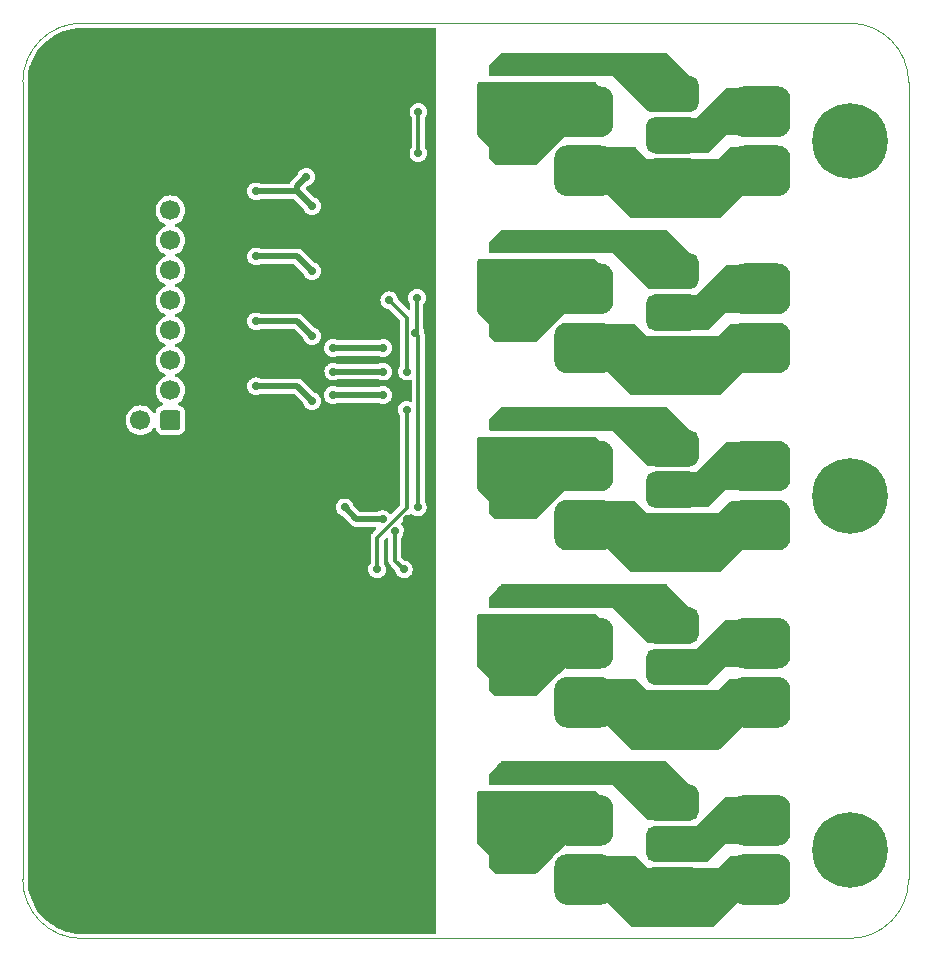
<source format=gbr>
G04 #@! TF.GenerationSoftware,KiCad,Pcbnew,6.0.10+dfsg-1~bpo11+1*
G04 #@! TF.ProjectId,pwr,7077722e-6b69-4636-9164-5f7063625858,rev?*
G04 #@! TF.SameCoordinates,Original*
G04 #@! TF.FileFunction,Copper,L2,Bot*
G04 #@! TF.FilePolarity,Positive*
%FSLAX46Y46*%
G04 Gerber Fmt 4.6, Leading zero omitted, Abs format (unit mm)*
%MOMM*%
%LPD*%
G01*
G04 APERTURE LIST*
G04 #@! TA.AperFunction,Profile*
%ADD10C,0.100000*%
G04 #@! TD*
G04 #@! TA.AperFunction,ComponentPad*
%ADD11C,0.700000*%
G04 #@! TD*
G04 #@! TA.AperFunction,ComponentPad*
%ADD12C,0.800000*%
G04 #@! TD*
G04 #@! TA.AperFunction,ComponentPad*
%ADD13C,6.400000*%
G04 #@! TD*
G04 #@! TA.AperFunction,ComponentPad*
%ADD14C,3.000000*%
G04 #@! TD*
G04 #@! TA.AperFunction,ComponentPad*
%ADD15C,1.700000*%
G04 #@! TD*
G04 #@! TA.AperFunction,ViaPad*
%ADD16C,0.700000*%
G04 #@! TD*
G04 #@! TA.AperFunction,Conductor*
%ADD17C,0.500000*%
G04 #@! TD*
G04 #@! TA.AperFunction,Conductor*
%ADD18C,0.300000*%
G04 #@! TD*
G04 APERTURE END LIST*
D10*
X184000000Y-60000000D02*
G75*
G03*
X179000000Y-55000000I-5000000J0D01*
G01*
X179000000Y-132500000D02*
G75*
G03*
X184000000Y-127500000I0J5000000D01*
G01*
X109000000Y-127500000D02*
X109000000Y-60000000D01*
X179000000Y-132500000D02*
X114000000Y-132500000D01*
X114000000Y-55000000D02*
G75*
G03*
X109000000Y-60000000I0J-5000000D01*
G01*
X184000000Y-60000000D02*
X184000000Y-127500000D01*
X109000000Y-127500000D02*
G75*
G03*
X114000000Y-132500000I5000000J0D01*
G01*
X114000000Y-55000000D02*
X179000000Y-55000000D01*
D11*
X165750000Y-112000000D03*
G04 #@! TA.AperFunction,ComponentPad*
G36*
X165475000Y-111450000D02*
G01*
X165632160Y-111466102D01*
X165802529Y-111522611D01*
X165955329Y-111616798D01*
X166082362Y-111743610D01*
X166176816Y-111896245D01*
X166233622Y-112066516D01*
X166250000Y-112225000D01*
X166250000Y-113930000D01*
X165630000Y-114550000D01*
X162525000Y-114550000D01*
X162367840Y-114533898D01*
X162197471Y-114477389D01*
X162044671Y-114383202D01*
X161917638Y-114256390D01*
X161823184Y-114103755D01*
X161766378Y-113933484D01*
X161750000Y-113775000D01*
X161750000Y-112225000D01*
X161766102Y-112067840D01*
X161822611Y-111897471D01*
X161916798Y-111744671D01*
X162043610Y-111617638D01*
X162196245Y-111523184D01*
X162366516Y-111466378D01*
X162525000Y-111450000D01*
X165475000Y-111450000D01*
G37*
G04 #@! TD.AperFunction*
X162250000Y-112000000D03*
X162250000Y-114000000D03*
X165750000Y-114000000D03*
X165750000Y-110500000D03*
X165750000Y-108500000D03*
G04 #@! TA.AperFunction,ComponentPad*
G36*
G01*
X162525000Y-107950000D02*
X165475000Y-107950000D01*
G75*
G02*
X166250000Y-108725000I0J-775000D01*
G01*
X166250000Y-110275000D01*
G75*
G02*
X165475000Y-111050000I-775000J0D01*
G01*
X162525000Y-111050000D01*
G75*
G02*
X161750000Y-110275000I0J775000D01*
G01*
X161750000Y-108725000D01*
G75*
G02*
X162525000Y-107950000I775000J0D01*
G01*
G37*
G04 #@! TD.AperFunction*
X162250000Y-110500000D03*
X162250000Y-108500000D03*
X162250000Y-104984000D03*
X162250000Y-107016000D03*
X165750000Y-105000000D03*
X165750000Y-107016000D03*
G04 #@! TA.AperFunction,ComponentPad*
G36*
G01*
X162525000Y-104450000D02*
X165475000Y-104450000D01*
G75*
G02*
X166250000Y-105225000I0J-775000D01*
G01*
X166250000Y-106775000D01*
G75*
G02*
X165475000Y-107550000I-775000J0D01*
G01*
X162525000Y-107550000D01*
G75*
G02*
X161750000Y-106775000I0J775000D01*
G01*
X161750000Y-105225000D01*
G75*
G02*
X162525000Y-104450000I775000J0D01*
G01*
G37*
G04 #@! TD.AperFunction*
X162250000Y-67000000D03*
X165750000Y-67000000D03*
X165750000Y-69000000D03*
X162250000Y-69000000D03*
G04 #@! TA.AperFunction,ComponentPad*
G36*
X165475000Y-66450000D02*
G01*
X165632160Y-66466102D01*
X165802529Y-66522611D01*
X165955329Y-66616798D01*
X166082362Y-66743610D01*
X166176816Y-66896245D01*
X166233622Y-67066516D01*
X166250000Y-67225000D01*
X166250000Y-68930000D01*
X165630000Y-69550000D01*
X162525000Y-69550000D01*
X162367840Y-69533898D01*
X162197471Y-69477389D01*
X162044671Y-69383202D01*
X161917638Y-69256390D01*
X161823184Y-69103755D01*
X161766378Y-68933484D01*
X161750000Y-68775000D01*
X161750000Y-67225000D01*
X161766102Y-67067840D01*
X161822611Y-66897471D01*
X161916798Y-66744671D01*
X162043610Y-66617638D01*
X162196245Y-66523184D01*
X162366516Y-66466378D01*
X162525000Y-66450000D01*
X165475000Y-66450000D01*
G37*
G04 #@! TD.AperFunction*
G04 #@! TA.AperFunction,ComponentPad*
G36*
G01*
X162525000Y-62950000D02*
X165475000Y-62950000D01*
G75*
G02*
X166250000Y-63725000I0J-775000D01*
G01*
X166250000Y-65275000D01*
G75*
G02*
X165475000Y-66050000I-775000J0D01*
G01*
X162525000Y-66050000D01*
G75*
G02*
X161750000Y-65275000I0J775000D01*
G01*
X161750000Y-63725000D01*
G75*
G02*
X162525000Y-62950000I775000J0D01*
G01*
G37*
G04 #@! TD.AperFunction*
X165750000Y-65500000D03*
X165750000Y-63500000D03*
X162250000Y-63500000D03*
X162250000Y-65500000D03*
G04 #@! TA.AperFunction,ComponentPad*
G36*
G01*
X162525000Y-59450000D02*
X165475000Y-59450000D01*
G75*
G02*
X166250000Y-60225000I0J-775000D01*
G01*
X166250000Y-61775000D01*
G75*
G02*
X165475000Y-62550000I-775000J0D01*
G01*
X162525000Y-62550000D01*
G75*
G02*
X161750000Y-61775000I0J775000D01*
G01*
X161750000Y-60225000D01*
G75*
G02*
X162525000Y-59450000I775000J0D01*
G01*
G37*
G04 #@! TD.AperFunction*
X165750000Y-62016000D03*
X165750000Y-60000000D03*
X162250000Y-62016000D03*
X162250000Y-59984000D03*
G04 #@! TA.AperFunction,ComponentPad*
G36*
X165475000Y-126450000D02*
G01*
X165632160Y-126466102D01*
X165802529Y-126522611D01*
X165955329Y-126616798D01*
X166082362Y-126743610D01*
X166176816Y-126896245D01*
X166233622Y-127066516D01*
X166250000Y-127225000D01*
X166250000Y-128930000D01*
X165630000Y-129550000D01*
X162525000Y-129550000D01*
X162367840Y-129533898D01*
X162197471Y-129477389D01*
X162044671Y-129383202D01*
X161917638Y-129256390D01*
X161823184Y-129103755D01*
X161766378Y-128933484D01*
X161750000Y-128775000D01*
X161750000Y-127225000D01*
X161766102Y-127067840D01*
X161822611Y-126897471D01*
X161916798Y-126744671D01*
X162043610Y-126617638D01*
X162196245Y-126523184D01*
X162366516Y-126466378D01*
X162525000Y-126450000D01*
X165475000Y-126450000D01*
G37*
G04 #@! TD.AperFunction*
X162250000Y-127000000D03*
X165750000Y-127000000D03*
X162250000Y-129000000D03*
X165750000Y-129000000D03*
G04 #@! TA.AperFunction,ComponentPad*
G36*
G01*
X162525000Y-122950000D02*
X165475000Y-122950000D01*
G75*
G02*
X166250000Y-123725000I0J-775000D01*
G01*
X166250000Y-125275000D01*
G75*
G02*
X165475000Y-126050000I-775000J0D01*
G01*
X162525000Y-126050000D01*
G75*
G02*
X161750000Y-125275000I0J775000D01*
G01*
X161750000Y-123725000D01*
G75*
G02*
X162525000Y-122950000I775000J0D01*
G01*
G37*
G04 #@! TD.AperFunction*
X162250000Y-125500000D03*
X165750000Y-123500000D03*
X165750000Y-125500000D03*
X162250000Y-123500000D03*
G04 #@! TA.AperFunction,ComponentPad*
G36*
G01*
X162525000Y-119450000D02*
X165475000Y-119450000D01*
G75*
G02*
X166250000Y-120225000I0J-775000D01*
G01*
X166250000Y-121775000D01*
G75*
G02*
X165475000Y-122550000I-775000J0D01*
G01*
X162525000Y-122550000D01*
G75*
G02*
X161750000Y-121775000I0J775000D01*
G01*
X161750000Y-120225000D01*
G75*
G02*
X162525000Y-119450000I775000J0D01*
G01*
G37*
G04 #@! TD.AperFunction*
X165750000Y-120000000D03*
X162250000Y-119984000D03*
X165750000Y-122016000D03*
X162250000Y-122016000D03*
D12*
X179000000Y-127400000D03*
X177302944Y-126697056D03*
X181400000Y-125000000D03*
X177302944Y-123302944D03*
X180697056Y-123302944D03*
X179000000Y-122600000D03*
D13*
X179000000Y-125000000D03*
D12*
X180697056Y-126697056D03*
X176600000Y-125000000D03*
X131400000Y-125000000D03*
X129000000Y-122600000D03*
X130697056Y-123302944D03*
X129000000Y-127400000D03*
X126600000Y-125000000D03*
X127302944Y-123302944D03*
D13*
X129000000Y-125000000D03*
D12*
X127302944Y-126697056D03*
X130697056Y-126697056D03*
D11*
X165750000Y-99000000D03*
X162250000Y-97000000D03*
G04 #@! TA.AperFunction,ComponentPad*
G36*
X165475000Y-96450000D02*
G01*
X165632160Y-96466102D01*
X165802529Y-96522611D01*
X165955329Y-96616798D01*
X166082362Y-96743610D01*
X166176816Y-96896245D01*
X166233622Y-97066516D01*
X166250000Y-97225000D01*
X166250000Y-98930000D01*
X165630000Y-99550000D01*
X162525000Y-99550000D01*
X162367840Y-99533898D01*
X162197471Y-99477389D01*
X162044671Y-99383202D01*
X161917638Y-99256390D01*
X161823184Y-99103755D01*
X161766378Y-98933484D01*
X161750000Y-98775000D01*
X161750000Y-97225000D01*
X161766102Y-97067840D01*
X161822611Y-96897471D01*
X161916798Y-96744671D01*
X162043610Y-96617638D01*
X162196245Y-96523184D01*
X162366516Y-96466378D01*
X162525000Y-96450000D01*
X165475000Y-96450000D01*
G37*
G04 #@! TD.AperFunction*
X165750000Y-97000000D03*
X162250000Y-99000000D03*
X162250000Y-95500000D03*
X165750000Y-95500000D03*
X162250000Y-93500000D03*
G04 #@! TA.AperFunction,ComponentPad*
G36*
G01*
X162525000Y-92950000D02*
X165475000Y-92950000D01*
G75*
G02*
X166250000Y-93725000I0J-775000D01*
G01*
X166250000Y-95275000D01*
G75*
G02*
X165475000Y-96050000I-775000J0D01*
G01*
X162525000Y-96050000D01*
G75*
G02*
X161750000Y-95275000I0J775000D01*
G01*
X161750000Y-93725000D01*
G75*
G02*
X162525000Y-92950000I775000J0D01*
G01*
G37*
G04 #@! TD.AperFunction*
X165750000Y-93500000D03*
X165750000Y-90000000D03*
X162250000Y-89984000D03*
X165750000Y-92016000D03*
G04 #@! TA.AperFunction,ComponentPad*
G36*
G01*
X162525000Y-89450000D02*
X165475000Y-89450000D01*
G75*
G02*
X166250000Y-90225000I0J-775000D01*
G01*
X166250000Y-91775000D01*
G75*
G02*
X165475000Y-92550000I-775000J0D01*
G01*
X162525000Y-92550000D01*
G75*
G02*
X161750000Y-91775000I0J775000D01*
G01*
X161750000Y-90225000D01*
G75*
G02*
X162525000Y-89450000I775000J0D01*
G01*
G37*
G04 #@! TD.AperFunction*
X162250000Y-92016000D03*
D14*
X129000000Y-58000000D03*
D12*
X129000000Y-62600000D03*
X127302944Y-63302944D03*
D13*
X129000000Y-65000000D03*
D12*
X130697056Y-63302944D03*
X126600000Y-65000000D03*
X129000000Y-67400000D03*
X130697056Y-66697056D03*
X127302944Y-66697056D03*
X131400000Y-65000000D03*
G04 #@! TA.AperFunction,ComponentPad*
G36*
G01*
X122350000Y-88020000D02*
X122350000Y-89220000D01*
G75*
G02*
X122100000Y-89470000I-250000J0D01*
G01*
X120900000Y-89470000D01*
G75*
G02*
X120650000Y-89220000I0J250000D01*
G01*
X120650000Y-88020000D01*
G75*
G02*
X120900000Y-87770000I250000J0D01*
G01*
X122100000Y-87770000D01*
G75*
G02*
X122350000Y-88020000I0J-250000D01*
G01*
G37*
G04 #@! TD.AperFunction*
D15*
X118960000Y-88620000D03*
X121500000Y-86080000D03*
X118960000Y-86080000D03*
X121500000Y-83540000D03*
X118960000Y-83540000D03*
X121500000Y-81000000D03*
X118960000Y-81000000D03*
X121500000Y-78460000D03*
X118960000Y-78460000D03*
X121500000Y-75920000D03*
X118960000Y-75920000D03*
X121500000Y-73380000D03*
X118960000Y-73380000D03*
X121500000Y-70840000D03*
X118960000Y-70840000D03*
D12*
X129000000Y-97400000D03*
X129000000Y-92600000D03*
X130697056Y-96697056D03*
D13*
X129000000Y-95000000D03*
D12*
X127302944Y-93302944D03*
X127302944Y-96697056D03*
X131400000Y-95000000D03*
X126600000Y-95000000D03*
X130697056Y-93302944D03*
D11*
X162250000Y-84000000D03*
G04 #@! TA.AperFunction,ComponentPad*
G36*
X165475000Y-81450000D02*
G01*
X165632160Y-81466102D01*
X165802529Y-81522611D01*
X165955329Y-81616798D01*
X166082362Y-81743610D01*
X166176816Y-81896245D01*
X166233622Y-82066516D01*
X166250000Y-82225000D01*
X166250000Y-83930000D01*
X165630000Y-84550000D01*
X162525000Y-84550000D01*
X162367840Y-84533898D01*
X162197471Y-84477389D01*
X162044671Y-84383202D01*
X161917638Y-84256390D01*
X161823184Y-84103755D01*
X161766378Y-83933484D01*
X161750000Y-83775000D01*
X161750000Y-82225000D01*
X161766102Y-82067840D01*
X161822611Y-81897471D01*
X161916798Y-81744671D01*
X162043610Y-81617638D01*
X162196245Y-81523184D01*
X162366516Y-81466378D01*
X162525000Y-81450000D01*
X165475000Y-81450000D01*
G37*
G04 #@! TD.AperFunction*
X165750000Y-84000000D03*
X162250000Y-82000000D03*
X165750000Y-82000000D03*
X162250000Y-78500000D03*
X162250000Y-80500000D03*
G04 #@! TA.AperFunction,ComponentPad*
G36*
G01*
X162525000Y-77950000D02*
X165475000Y-77950000D01*
G75*
G02*
X166250000Y-78725000I0J-775000D01*
G01*
X166250000Y-80275000D01*
G75*
G02*
X165475000Y-81050000I-775000J0D01*
G01*
X162525000Y-81050000D01*
G75*
G02*
X161750000Y-80275000I0J775000D01*
G01*
X161750000Y-78725000D01*
G75*
G02*
X162525000Y-77950000I775000J0D01*
G01*
G37*
G04 #@! TD.AperFunction*
X165750000Y-80500000D03*
X165750000Y-78500000D03*
X165750000Y-75000000D03*
G04 #@! TA.AperFunction,ComponentPad*
G36*
G01*
X162525000Y-74450000D02*
X165475000Y-74450000D01*
G75*
G02*
X166250000Y-75225000I0J-775000D01*
G01*
X166250000Y-76775000D01*
G75*
G02*
X165475000Y-77550000I-775000J0D01*
G01*
X162525000Y-77550000D01*
G75*
G02*
X161750000Y-76775000I0J775000D01*
G01*
X161750000Y-75225000D01*
G75*
G02*
X162525000Y-74450000I775000J0D01*
G01*
G37*
G04 #@! TD.AperFunction*
X165750000Y-77016000D03*
X162250000Y-74984000D03*
X162250000Y-77016000D03*
D12*
X181400000Y-95000000D03*
X176600000Y-95000000D03*
X180697056Y-93302944D03*
X177302944Y-96697056D03*
X179000000Y-97400000D03*
D13*
X179000000Y-95000000D03*
D12*
X177302944Y-93302944D03*
X179000000Y-92600000D03*
X180697056Y-96697056D03*
X176600000Y-65000000D03*
D13*
X179000000Y-65000000D03*
D12*
X177302944Y-66697056D03*
X180697056Y-63302944D03*
X179000000Y-62600000D03*
X177302944Y-63302944D03*
X181400000Y-65000000D03*
X180697056Y-66697056D03*
X179000000Y-67400000D03*
D11*
X158278000Y-106484000D03*
X157516000Y-105722000D03*
X158278000Y-108516000D03*
X155484000Y-109278000D03*
X154722000Y-106484000D03*
X154722000Y-108516000D03*
X155484000Y-105722000D03*
X157516000Y-109278000D03*
X154468000Y-107500000D03*
G04 #@! TA.AperFunction,ComponentPad*
G36*
G01*
X155075000Y-105350000D02*
X157925000Y-105350000D01*
G75*
G02*
X159000000Y-106425000I0J-1075000D01*
G01*
X159000000Y-108575000D01*
G75*
G02*
X157925000Y-109650000I-1075000J0D01*
G01*
X155075000Y-109650000D01*
G75*
G02*
X154000000Y-108575000I0J1075000D01*
G01*
X154000000Y-106425000D01*
G75*
G02*
X155075000Y-105350000I1075000J0D01*
G01*
G37*
G04 #@! TD.AperFunction*
X158532000Y-107500000D03*
X154468000Y-112500000D03*
X158532000Y-112500000D03*
G04 #@! TA.AperFunction,ComponentPad*
G36*
G01*
X155075000Y-110350000D02*
X157925000Y-110350000D01*
G75*
G02*
X159000000Y-111425000I0J-1075000D01*
G01*
X159000000Y-113575000D01*
G75*
G02*
X157925000Y-114650000I-1075000J0D01*
G01*
X155075000Y-114650000D01*
G75*
G02*
X154000000Y-113575000I0J1075000D01*
G01*
X154000000Y-111425000D01*
G75*
G02*
X155075000Y-110350000I1075000J0D01*
G01*
G37*
G04 #@! TD.AperFunction*
X155484000Y-110722000D03*
X154722000Y-113516000D03*
X157516000Y-110722000D03*
X158278000Y-113516000D03*
X155484000Y-114278000D03*
X154722000Y-111484000D03*
X157516000Y-114278000D03*
X158278000Y-111484000D03*
X173278000Y-63516000D03*
X172516000Y-60722000D03*
X173278000Y-61484000D03*
X170484000Y-60722000D03*
X169722000Y-63516000D03*
X173532000Y-62500000D03*
X170484000Y-64278000D03*
X169722000Y-61484000D03*
X172516000Y-64278000D03*
G04 #@! TA.AperFunction,ComponentPad*
G36*
G01*
X170075000Y-60350000D02*
X172925000Y-60350000D01*
G75*
G02*
X174000000Y-61425000I0J-1075000D01*
G01*
X174000000Y-63575000D01*
G75*
G02*
X172925000Y-64650000I-1075000J0D01*
G01*
X170075000Y-64650000D01*
G75*
G02*
X169000000Y-63575000I0J1075000D01*
G01*
X169000000Y-61425000D01*
G75*
G02*
X170075000Y-60350000I1075000J0D01*
G01*
G37*
G04 #@! TD.AperFunction*
X169468000Y-62500000D03*
X172516000Y-65722000D03*
X173278000Y-66484000D03*
X169468000Y-67500000D03*
X169722000Y-68516000D03*
X173532000Y-67500000D03*
X170484000Y-69278000D03*
X172516000Y-69278000D03*
X173278000Y-68516000D03*
X169722000Y-66484000D03*
G04 #@! TA.AperFunction,ComponentPad*
G36*
G01*
X170075000Y-65350000D02*
X172925000Y-65350000D01*
G75*
G02*
X174000000Y-66425000I0J-1075000D01*
G01*
X174000000Y-68575000D01*
G75*
G02*
X172925000Y-69650000I-1075000J0D01*
G01*
X170075000Y-69650000D01*
G75*
G02*
X169000000Y-68575000I0J1075000D01*
G01*
X169000000Y-66425000D01*
G75*
G02*
X170075000Y-65350000I1075000J0D01*
G01*
G37*
G04 #@! TD.AperFunction*
X170484000Y-65722000D03*
X157516000Y-79278000D03*
X155484000Y-79278000D03*
X155484000Y-75722000D03*
X158532000Y-77500000D03*
X157516000Y-75722000D03*
X158278000Y-76484000D03*
X154722000Y-78516000D03*
G04 #@! TA.AperFunction,ComponentPad*
G36*
G01*
X155075000Y-75350000D02*
X157925000Y-75350000D01*
G75*
G02*
X159000000Y-76425000I0J-1075000D01*
G01*
X159000000Y-78575000D01*
G75*
G02*
X157925000Y-79650000I-1075000J0D01*
G01*
X155075000Y-79650000D01*
G75*
G02*
X154000000Y-78575000I0J1075000D01*
G01*
X154000000Y-76425000D01*
G75*
G02*
X155075000Y-75350000I1075000J0D01*
G01*
G37*
G04 #@! TD.AperFunction*
X154722000Y-76484000D03*
X154468000Y-77500000D03*
X158278000Y-78516000D03*
X154722000Y-81484000D03*
X155484000Y-84278000D03*
X157516000Y-84278000D03*
X157516000Y-80722000D03*
G04 #@! TA.AperFunction,ComponentPad*
G36*
G01*
X155075000Y-80350000D02*
X157925000Y-80350000D01*
G75*
G02*
X159000000Y-81425000I0J-1075000D01*
G01*
X159000000Y-83575000D01*
G75*
G02*
X157925000Y-84650000I-1075000J0D01*
G01*
X155075000Y-84650000D01*
G75*
G02*
X154000000Y-83575000I0J1075000D01*
G01*
X154000000Y-81425000D01*
G75*
G02*
X155075000Y-80350000I1075000J0D01*
G01*
G37*
G04 #@! TD.AperFunction*
X158278000Y-83516000D03*
X158532000Y-82500000D03*
X155484000Y-80722000D03*
X154468000Y-82500000D03*
X158278000Y-81484000D03*
X154722000Y-83516000D03*
X155484000Y-64278000D03*
X158278000Y-63516000D03*
X154468000Y-62500000D03*
X154722000Y-63516000D03*
X158278000Y-61484000D03*
X158532000Y-62500000D03*
X154722000Y-61484000D03*
X157516000Y-60722000D03*
X157516000Y-64278000D03*
G04 #@! TA.AperFunction,ComponentPad*
G36*
G01*
X155075000Y-60350000D02*
X157925000Y-60350000D01*
G75*
G02*
X159000000Y-61425000I0J-1075000D01*
G01*
X159000000Y-63575000D01*
G75*
G02*
X157925000Y-64650000I-1075000J0D01*
G01*
X155075000Y-64650000D01*
G75*
G02*
X154000000Y-63575000I0J1075000D01*
G01*
X154000000Y-61425000D01*
G75*
G02*
X155075000Y-60350000I1075000J0D01*
G01*
G37*
G04 #@! TD.AperFunction*
X155484000Y-60722000D03*
X157516000Y-69278000D03*
X155484000Y-69278000D03*
X154722000Y-66484000D03*
X154722000Y-68516000D03*
X154468000Y-67500000D03*
X155484000Y-65722000D03*
X158278000Y-66484000D03*
G04 #@! TA.AperFunction,ComponentPad*
G36*
G01*
X155075000Y-65350000D02*
X157925000Y-65350000D01*
G75*
G02*
X159000000Y-66425000I0J-1075000D01*
G01*
X159000000Y-68575000D01*
G75*
G02*
X157925000Y-69650000I-1075000J0D01*
G01*
X155075000Y-69650000D01*
G75*
G02*
X154000000Y-68575000I0J1075000D01*
G01*
X154000000Y-66425000D01*
G75*
G02*
X155075000Y-65350000I1075000J0D01*
G01*
G37*
G04 #@! TD.AperFunction*
X158278000Y-68516000D03*
X157516000Y-65722000D03*
X158532000Y-67500000D03*
X170484000Y-109278000D03*
X173532000Y-107500000D03*
X169722000Y-108516000D03*
X169722000Y-106484000D03*
G04 #@! TA.AperFunction,ComponentPad*
G36*
G01*
X170075000Y-105350000D02*
X172925000Y-105350000D01*
G75*
G02*
X174000000Y-106425000I0J-1075000D01*
G01*
X174000000Y-108575000D01*
G75*
G02*
X172925000Y-109650000I-1075000J0D01*
G01*
X170075000Y-109650000D01*
G75*
G02*
X169000000Y-108575000I0J1075000D01*
G01*
X169000000Y-106425000D01*
G75*
G02*
X170075000Y-105350000I1075000J0D01*
G01*
G37*
G04 #@! TD.AperFunction*
X172516000Y-105722000D03*
X170484000Y-105722000D03*
X173278000Y-108516000D03*
X169468000Y-107500000D03*
X173278000Y-106484000D03*
X172516000Y-109278000D03*
X170484000Y-114278000D03*
X170484000Y-110722000D03*
X173278000Y-111484000D03*
X172516000Y-110722000D03*
X169722000Y-113516000D03*
X173278000Y-113516000D03*
X172516000Y-114278000D03*
G04 #@! TA.AperFunction,ComponentPad*
G36*
G01*
X170075000Y-110350000D02*
X172925000Y-110350000D01*
G75*
G02*
X174000000Y-111425000I0J-1075000D01*
G01*
X174000000Y-113575000D01*
G75*
G02*
X172925000Y-114650000I-1075000J0D01*
G01*
X170075000Y-114650000D01*
G75*
G02*
X169000000Y-113575000I0J1075000D01*
G01*
X169000000Y-111425000D01*
G75*
G02*
X170075000Y-110350000I1075000J0D01*
G01*
G37*
G04 #@! TD.AperFunction*
X173532000Y-112500000D03*
X169722000Y-111484000D03*
X169468000Y-112500000D03*
G04 #@! TA.AperFunction,ComponentPad*
G36*
G01*
X170075000Y-120350000D02*
X172925000Y-120350000D01*
G75*
G02*
X174000000Y-121425000I0J-1075000D01*
G01*
X174000000Y-123575000D01*
G75*
G02*
X172925000Y-124650000I-1075000J0D01*
G01*
X170075000Y-124650000D01*
G75*
G02*
X169000000Y-123575000I0J1075000D01*
G01*
X169000000Y-121425000D01*
G75*
G02*
X170075000Y-120350000I1075000J0D01*
G01*
G37*
G04 #@! TD.AperFunction*
X173532000Y-122500000D03*
X170484000Y-120722000D03*
X173278000Y-121484000D03*
X169722000Y-121484000D03*
X172516000Y-120722000D03*
X170484000Y-124278000D03*
X169722000Y-123516000D03*
X172516000Y-124278000D03*
X173278000Y-123516000D03*
X169468000Y-122500000D03*
X173278000Y-126484000D03*
X173532000Y-127500000D03*
X172516000Y-129278000D03*
G04 #@! TA.AperFunction,ComponentPad*
G36*
G01*
X170075000Y-125350000D02*
X172925000Y-125350000D01*
G75*
G02*
X174000000Y-126425000I0J-1075000D01*
G01*
X174000000Y-128575000D01*
G75*
G02*
X172925000Y-129650000I-1075000J0D01*
G01*
X170075000Y-129650000D01*
G75*
G02*
X169000000Y-128575000I0J1075000D01*
G01*
X169000000Y-126425000D01*
G75*
G02*
X170075000Y-125350000I1075000J0D01*
G01*
G37*
G04 #@! TD.AperFunction*
X172516000Y-125722000D03*
X170484000Y-129278000D03*
X173278000Y-128516000D03*
X170484000Y-125722000D03*
X169468000Y-127500000D03*
X169722000Y-126484000D03*
X169722000Y-128516000D03*
X154468000Y-122500000D03*
X158532000Y-122500000D03*
X157516000Y-120722000D03*
X154722000Y-123516000D03*
X154722000Y-121484000D03*
X158278000Y-123516000D03*
X158278000Y-121484000D03*
X155484000Y-120722000D03*
G04 #@! TA.AperFunction,ComponentPad*
G36*
G01*
X155075000Y-120350000D02*
X157925000Y-120350000D01*
G75*
G02*
X159000000Y-121425000I0J-1075000D01*
G01*
X159000000Y-123575000D01*
G75*
G02*
X157925000Y-124650000I-1075000J0D01*
G01*
X155075000Y-124650000D01*
G75*
G02*
X154000000Y-123575000I0J1075000D01*
G01*
X154000000Y-121425000D01*
G75*
G02*
X155075000Y-120350000I1075000J0D01*
G01*
G37*
G04 #@! TD.AperFunction*
X155484000Y-124278000D03*
X157516000Y-124278000D03*
X157516000Y-125722000D03*
X158278000Y-126484000D03*
X157516000Y-129278000D03*
X154468000Y-127500000D03*
X158532000Y-127500000D03*
X155484000Y-129278000D03*
X154722000Y-128516000D03*
X155484000Y-125722000D03*
G04 #@! TA.AperFunction,ComponentPad*
G36*
G01*
X155075000Y-125350000D02*
X157925000Y-125350000D01*
G75*
G02*
X159000000Y-126425000I0J-1075000D01*
G01*
X159000000Y-128575000D01*
G75*
G02*
X157925000Y-129650000I-1075000J0D01*
G01*
X155075000Y-129650000D01*
G75*
G02*
X154000000Y-128575000I0J1075000D01*
G01*
X154000000Y-126425000D01*
G75*
G02*
X155075000Y-125350000I1075000J0D01*
G01*
G37*
G04 #@! TD.AperFunction*
X154722000Y-126484000D03*
X158278000Y-128516000D03*
X172516000Y-90722000D03*
G04 #@! TA.AperFunction,ComponentPad*
G36*
G01*
X170075000Y-90350000D02*
X172925000Y-90350000D01*
G75*
G02*
X174000000Y-91425000I0J-1075000D01*
G01*
X174000000Y-93575000D01*
G75*
G02*
X172925000Y-94650000I-1075000J0D01*
G01*
X170075000Y-94650000D01*
G75*
G02*
X169000000Y-93575000I0J1075000D01*
G01*
X169000000Y-91425000D01*
G75*
G02*
X170075000Y-90350000I1075000J0D01*
G01*
G37*
G04 #@! TD.AperFunction*
X169722000Y-91484000D03*
X169468000Y-92500000D03*
X170484000Y-90722000D03*
X172516000Y-94278000D03*
X170484000Y-94278000D03*
X173532000Y-92500000D03*
X173278000Y-91484000D03*
X173278000Y-93516000D03*
X169722000Y-93516000D03*
X169468000Y-97500000D03*
X170484000Y-99278000D03*
X173278000Y-98516000D03*
X169722000Y-96484000D03*
X173278000Y-96484000D03*
X173532000Y-97500000D03*
X170484000Y-95722000D03*
X172516000Y-95722000D03*
X169722000Y-98516000D03*
X172516000Y-99278000D03*
G04 #@! TA.AperFunction,ComponentPad*
G36*
G01*
X170075000Y-95350000D02*
X172925000Y-95350000D01*
G75*
G02*
X174000000Y-96425000I0J-1075000D01*
G01*
X174000000Y-98575000D01*
G75*
G02*
X172925000Y-99650000I-1075000J0D01*
G01*
X170075000Y-99650000D01*
G75*
G02*
X169000000Y-98575000I0J1075000D01*
G01*
X169000000Y-96425000D01*
G75*
G02*
X170075000Y-95350000I1075000J0D01*
G01*
G37*
G04 #@! TD.AperFunction*
X170484000Y-75722000D03*
X173532000Y-77500000D03*
X173278000Y-78516000D03*
X172516000Y-75722000D03*
X170484000Y-79278000D03*
X173278000Y-76484000D03*
G04 #@! TA.AperFunction,ComponentPad*
G36*
G01*
X170075000Y-75350000D02*
X172925000Y-75350000D01*
G75*
G02*
X174000000Y-76425000I0J-1075000D01*
G01*
X174000000Y-78575000D01*
G75*
G02*
X172925000Y-79650000I-1075000J0D01*
G01*
X170075000Y-79650000D01*
G75*
G02*
X169000000Y-78575000I0J1075000D01*
G01*
X169000000Y-76425000D01*
G75*
G02*
X170075000Y-75350000I1075000J0D01*
G01*
G37*
G04 #@! TD.AperFunction*
X169722000Y-76484000D03*
X169468000Y-77500000D03*
X169722000Y-78516000D03*
X172516000Y-79278000D03*
X170484000Y-80722000D03*
X169468000Y-82500000D03*
G04 #@! TA.AperFunction,ComponentPad*
G36*
G01*
X170075000Y-80350000D02*
X172925000Y-80350000D01*
G75*
G02*
X174000000Y-81425000I0J-1075000D01*
G01*
X174000000Y-83575000D01*
G75*
G02*
X172925000Y-84650000I-1075000J0D01*
G01*
X170075000Y-84650000D01*
G75*
G02*
X169000000Y-83575000I0J1075000D01*
G01*
X169000000Y-81425000D01*
G75*
G02*
X170075000Y-80350000I1075000J0D01*
G01*
G37*
G04 #@! TD.AperFunction*
X172516000Y-84278000D03*
X169722000Y-81484000D03*
X169722000Y-83516000D03*
X173278000Y-81484000D03*
X172516000Y-80722000D03*
X173532000Y-82500000D03*
X170484000Y-84278000D03*
X173278000Y-83516000D03*
X157516000Y-90722000D03*
X158278000Y-93516000D03*
X155484000Y-94278000D03*
X158532000Y-92500000D03*
X154722000Y-93516000D03*
X155484000Y-90722000D03*
X157516000Y-94278000D03*
X158278000Y-91484000D03*
X154722000Y-91484000D03*
G04 #@! TA.AperFunction,ComponentPad*
G36*
G01*
X155075000Y-90350000D02*
X157925000Y-90350000D01*
G75*
G02*
X159000000Y-91425000I0J-1075000D01*
G01*
X159000000Y-93575000D01*
G75*
G02*
X157925000Y-94650000I-1075000J0D01*
G01*
X155075000Y-94650000D01*
G75*
G02*
X154000000Y-93575000I0J1075000D01*
G01*
X154000000Y-91425000D01*
G75*
G02*
X155075000Y-90350000I1075000J0D01*
G01*
G37*
G04 #@! TD.AperFunction*
X154468000Y-92500000D03*
X158532000Y-97500000D03*
X158278000Y-98516000D03*
X155484000Y-99278000D03*
X158278000Y-96484000D03*
X154722000Y-96484000D03*
X157516000Y-99278000D03*
X155484000Y-95722000D03*
X154468000Y-97500000D03*
X157516000Y-95722000D03*
X154722000Y-98516000D03*
G04 #@! TA.AperFunction,ComponentPad*
G36*
G01*
X155075000Y-95350000D02*
X157925000Y-95350000D01*
G75*
G02*
X159000000Y-96425000I0J-1075000D01*
G01*
X159000000Y-98575000D01*
G75*
G02*
X157925000Y-99650000I-1075000J0D01*
G01*
X155075000Y-99650000D01*
G75*
G02*
X154000000Y-98575000I0J1075000D01*
G01*
X154000000Y-96425000D01*
G75*
G02*
X155075000Y-95350000I1075000J0D01*
G01*
G37*
G04 #@! TD.AperFunction*
D16*
X133500000Y-81500000D03*
X133500000Y-87000000D03*
X139462500Y-97000000D03*
X133500000Y-76000000D03*
X128750000Y-74750000D03*
X128750000Y-80250000D03*
X133500000Y-70500000D03*
X136250000Y-96000000D03*
X128750000Y-69250000D03*
X128750000Y-85750000D03*
X133000000Y-68000000D03*
X133250000Y-92750000D03*
X141537500Y-67000000D03*
X139462500Y-91000000D03*
X139500000Y-74000000D03*
X141537500Y-97000000D03*
X139462500Y-121000000D03*
X139462500Y-106000000D03*
X139500000Y-59000000D03*
X133500000Y-72500000D03*
X132000000Y-104000000D03*
X139500000Y-119000000D03*
X133500000Y-78000000D03*
X126000000Y-82500000D03*
X139462500Y-76000000D03*
X126000000Y-71500000D03*
X133500000Y-89000000D03*
X126000000Y-77000000D03*
X133500000Y-83500000D03*
X139462500Y-61000000D03*
X139500000Y-89000000D03*
X139500000Y-104000000D03*
X132000000Y-105000000D03*
X132000000Y-106000000D03*
X126000000Y-88000000D03*
X150000000Y-61000000D03*
X148000000Y-61000000D03*
X148000000Y-63000000D03*
X150000000Y-64000000D03*
X148000000Y-62000000D03*
X150000000Y-62000000D03*
X151000000Y-64000000D03*
X148000000Y-64000000D03*
X150000000Y-63000000D03*
X151000000Y-61000000D03*
X149000000Y-62000000D03*
X149000000Y-64000000D03*
X149000000Y-61000000D03*
X151000000Y-63000000D03*
X149000000Y-63000000D03*
X151000000Y-62000000D03*
X150000000Y-79000000D03*
X149000000Y-78000000D03*
X151000000Y-79000000D03*
X150000000Y-78000000D03*
X148000000Y-76000000D03*
X150000000Y-76000000D03*
X148000000Y-77000000D03*
X149000000Y-76000000D03*
X149000000Y-79000000D03*
X151000000Y-77000000D03*
X151000000Y-76000000D03*
X148000000Y-78000000D03*
X149000000Y-77000000D03*
X148000000Y-79000000D03*
X151000000Y-78000000D03*
X150000000Y-77000000D03*
X151500000Y-58000000D03*
X152500000Y-58000000D03*
X149500000Y-58000000D03*
X150500000Y-58000000D03*
X156000000Y-58000000D03*
X150750000Y-59000000D03*
X152500000Y-59000000D03*
X149500000Y-59000000D03*
X152500000Y-74000000D03*
X149500000Y-73000000D03*
X151500000Y-73000000D03*
X150500000Y-73000000D03*
X149500000Y-74000000D03*
X152500000Y-73000000D03*
X150750000Y-74000000D03*
X156000000Y-73000000D03*
X150500000Y-88000000D03*
X156000000Y-88000000D03*
X151500000Y-88000000D03*
X150750000Y-89000000D03*
X152500000Y-89000000D03*
X152500000Y-88000000D03*
X149500000Y-89000000D03*
X149500000Y-88000000D03*
X151000000Y-91000000D03*
X149000000Y-92000000D03*
X150000000Y-92000000D03*
X148000000Y-91000000D03*
X149000000Y-93000000D03*
X148000000Y-94000000D03*
X151000000Y-94000000D03*
X149000000Y-94000000D03*
X149000000Y-91000000D03*
X150000000Y-94000000D03*
X151000000Y-92000000D03*
X150000000Y-93000000D03*
X151000000Y-93000000D03*
X150000000Y-91000000D03*
X148000000Y-93000000D03*
X148000000Y-92000000D03*
X152500000Y-103000000D03*
X149500000Y-103000000D03*
X151500000Y-103000000D03*
X156000000Y-103000000D03*
X152500000Y-104000000D03*
X150500000Y-103000000D03*
X149500000Y-104000000D03*
X150750000Y-104000000D03*
X151000000Y-109000000D03*
X148000000Y-109000000D03*
X149000000Y-109000000D03*
X148000000Y-106000000D03*
X151000000Y-108000000D03*
X151000000Y-106000000D03*
X149000000Y-107000000D03*
X150000000Y-106000000D03*
X148000000Y-107000000D03*
X150000000Y-109000000D03*
X151000000Y-107000000D03*
X150000000Y-108000000D03*
X149000000Y-106000000D03*
X150000000Y-107000000D03*
X149000000Y-108000000D03*
X148000000Y-108000000D03*
X150500000Y-118000000D03*
X150750000Y-119000000D03*
X149500000Y-118000000D03*
X152500000Y-118000000D03*
X156000000Y-118000000D03*
X152500000Y-119000000D03*
X151500000Y-118000000D03*
X149500000Y-119000000D03*
X148000000Y-124000000D03*
X150000000Y-122000000D03*
X149000000Y-121000000D03*
X148000000Y-122000000D03*
X151000000Y-123000000D03*
X150000000Y-123000000D03*
X149000000Y-124000000D03*
X149000000Y-123000000D03*
X150000000Y-124000000D03*
X151000000Y-124000000D03*
X151000000Y-122000000D03*
X148000000Y-121000000D03*
X151000000Y-121000000D03*
X148000000Y-123000000D03*
X149000000Y-122000000D03*
X150000000Y-121000000D03*
X139500000Y-82500000D03*
X135250000Y-82500000D03*
X135250000Y-86500000D03*
X139500000Y-86500000D03*
X142250000Y-81250000D03*
X142373618Y-78249746D03*
X142500000Y-66000000D03*
X142500000Y-62500000D03*
X142427257Y-96003151D03*
X139000000Y-101250000D03*
X141500000Y-84500000D03*
X140034168Y-78467344D03*
X141500000Y-87750500D03*
X140500000Y-98000000D03*
X141250000Y-101250000D03*
X139500000Y-84500000D03*
X135299500Y-84500000D03*
D17*
X133500000Y-81500000D02*
X132250000Y-80250000D01*
X139462500Y-97000000D02*
X137250000Y-97000000D01*
X137250000Y-97000000D02*
X136250000Y-96000000D01*
X132250000Y-85750000D02*
X128750000Y-85750000D01*
X133000000Y-68000000D02*
X132250000Y-68750000D01*
X132250000Y-69250000D02*
X128750000Y-69250000D01*
X132250000Y-74750000D02*
X128750000Y-74750000D01*
X132250000Y-68750000D02*
X132250000Y-69250000D01*
X133500000Y-87000000D02*
X132250000Y-85750000D01*
X133500000Y-76000000D02*
X132250000Y-74750000D01*
X133500000Y-70500000D02*
X132250000Y-69250000D01*
X132250000Y-80250000D02*
X128750000Y-80250000D01*
X135250000Y-82500000D02*
X139500000Y-82500000D01*
X135250000Y-86500000D02*
X139500000Y-86500000D01*
D18*
X142500000Y-81500000D02*
X142500000Y-95000000D01*
X142373618Y-78249746D02*
X142373618Y-81126382D01*
X142250000Y-81250000D02*
X142500000Y-81500000D01*
X142500000Y-95930408D02*
X142427257Y-96003151D01*
X142500000Y-66000000D02*
X142500000Y-62500000D01*
X142373618Y-81126382D02*
X142250000Y-81250000D01*
X142500000Y-95000000D02*
X142500000Y-95930408D01*
X141514117Y-84485883D02*
X141500000Y-84500000D01*
X139000000Y-98566619D02*
X139000000Y-101250000D01*
X141514117Y-79947293D02*
X141514117Y-84485883D01*
X140034168Y-78467344D02*
X141514117Y-79947293D01*
X141500000Y-96066619D02*
X139000000Y-98566619D01*
X141500000Y-87750500D02*
X141500000Y-96066619D01*
X140500000Y-98000000D02*
X140500000Y-100500000D01*
X140500000Y-100500000D02*
X141250000Y-101250000D01*
D17*
X135299500Y-84500000D02*
X139500000Y-84500000D01*
G04 #@! TA.AperFunction,Conductor*
G36*
X160890931Y-110520002D02*
G01*
X160911905Y-110536905D01*
X161875000Y-111500000D01*
X167875000Y-111500000D01*
X168838095Y-110536905D01*
X168900407Y-110502879D01*
X168927190Y-110500000D01*
X170236635Y-110500000D01*
X170304756Y-110520002D01*
X170351249Y-110573658D01*
X170362085Y-110637761D01*
X170004239Y-114454782D01*
X169977966Y-114520738D01*
X169967884Y-114532116D01*
X168036905Y-116463095D01*
X167974593Y-116497121D01*
X167947810Y-116500000D01*
X160552190Y-116500000D01*
X160484069Y-116479998D01*
X160463095Y-116463095D01*
X158500000Y-114500000D01*
X156501000Y-114500000D01*
X156432879Y-114479998D01*
X156386386Y-114426342D01*
X156375000Y-114374000D01*
X156375000Y-110626000D01*
X156395002Y-110557879D01*
X156448658Y-110511386D01*
X156501000Y-110500000D01*
X160822810Y-110500000D01*
X160890931Y-110520002D01*
G37*
G04 #@! TD.AperFunction*
G04 #@! TA.AperFunction,Conductor*
G36*
X157515931Y-90020002D02*
G01*
X157536905Y-90036905D01*
X158410905Y-90910905D01*
X158444931Y-90973217D01*
X158439866Y-91044032D01*
X158410905Y-91089095D01*
X154387805Y-95112195D01*
X154363417Y-95131216D01*
X154213134Y-95221158D01*
X154028088Y-95378088D01*
X153871158Y-95563134D01*
X153868499Y-95567577D01*
X153781216Y-95713416D01*
X153762195Y-95737805D01*
X152536905Y-96963095D01*
X152474593Y-96997121D01*
X152447810Y-97000000D01*
X149052190Y-97000000D01*
X148984069Y-96979998D01*
X148963095Y-96963095D01*
X148536905Y-96536905D01*
X148502879Y-96474593D01*
X148500000Y-96447810D01*
X148500000Y-95500000D01*
X147536905Y-94536905D01*
X147502879Y-94474593D01*
X147500000Y-94447810D01*
X147500000Y-90126000D01*
X147520002Y-90057879D01*
X147573658Y-90011386D01*
X147626000Y-90000000D01*
X157447810Y-90000000D01*
X157515931Y-90020002D01*
G37*
G04 #@! TD.AperFunction*
G04 #@! TA.AperFunction,Conductor*
G36*
X160890931Y-125520002D02*
G01*
X160911905Y-125536905D01*
X161875000Y-126500000D01*
X167875000Y-126500000D01*
X168838095Y-125536905D01*
X168900407Y-125502879D01*
X168927190Y-125500000D01*
X170249000Y-125500000D01*
X170317121Y-125520002D01*
X170363614Y-125573658D01*
X170375000Y-125626000D01*
X170375000Y-129374000D01*
X170354998Y-129442121D01*
X170301342Y-129488614D01*
X170249000Y-129500000D01*
X169500000Y-129500000D01*
X167536905Y-131463095D01*
X167474593Y-131497121D01*
X167447810Y-131500000D01*
X160552190Y-131500000D01*
X160484069Y-131479998D01*
X160463095Y-131463095D01*
X158500000Y-129500000D01*
X156501000Y-129500000D01*
X156432879Y-129479998D01*
X156386386Y-129426342D01*
X156375000Y-129374000D01*
X156375000Y-125626000D01*
X156395002Y-125557879D01*
X156448658Y-125511386D01*
X156501000Y-125500000D01*
X160822810Y-125500000D01*
X160890931Y-125520002D01*
G37*
G04 #@! TD.AperFunction*
G04 #@! TA.AperFunction,Conductor*
G36*
X163515931Y-72520002D02*
G01*
X163536905Y-72536905D01*
X165435783Y-74435783D01*
X165469809Y-74498095D01*
X165464744Y-74568910D01*
X165459386Y-74581227D01*
X164034826Y-77430349D01*
X163986471Y-77482333D01*
X163922128Y-77500000D01*
X162052190Y-77500000D01*
X161984069Y-77479998D01*
X161963095Y-77463095D01*
X159000000Y-74500000D01*
X148626000Y-74500000D01*
X148557879Y-74479998D01*
X148511386Y-74426342D01*
X148500000Y-74374000D01*
X148500000Y-73552190D01*
X148520002Y-73484069D01*
X148536905Y-73463095D01*
X149463095Y-72536905D01*
X149525407Y-72502879D01*
X149552190Y-72500000D01*
X163447810Y-72500000D01*
X163515931Y-72520002D01*
G37*
G04 #@! TD.AperFunction*
G04 #@! TA.AperFunction,Conductor*
G36*
X160890931Y-65520002D02*
G01*
X160911905Y-65536905D01*
X161875000Y-66500000D01*
X167875000Y-66500000D01*
X168838095Y-65536905D01*
X168900407Y-65502879D01*
X168927190Y-65500000D01*
X170236635Y-65500000D01*
X170304756Y-65520002D01*
X170351249Y-65573658D01*
X170362085Y-65637761D01*
X170004239Y-69454782D01*
X169977966Y-69520738D01*
X169967884Y-69532116D01*
X168036905Y-71463095D01*
X167974593Y-71497121D01*
X167947810Y-71500000D01*
X160552190Y-71500000D01*
X160484069Y-71479998D01*
X160463095Y-71463095D01*
X158500000Y-69500000D01*
X156501000Y-69500000D01*
X156432879Y-69479998D01*
X156386386Y-69426342D01*
X156375000Y-69374000D01*
X156375000Y-65626000D01*
X156395002Y-65557879D01*
X156448658Y-65511386D01*
X156501000Y-65500000D01*
X160822810Y-65500000D01*
X160890931Y-65520002D01*
G37*
G04 #@! TD.AperFunction*
G04 #@! TA.AperFunction,Conductor*
G36*
X169942121Y-105520002D02*
G01*
X169988614Y-105573658D01*
X170000000Y-105626000D01*
X170000000Y-109374000D01*
X169979998Y-109442121D01*
X169926342Y-109488614D01*
X169874000Y-109500000D01*
X168500000Y-109500000D01*
X167036905Y-110963095D01*
X166974593Y-110997121D01*
X166947810Y-111000000D01*
X165126000Y-111000000D01*
X165057879Y-110979998D01*
X165011386Y-110926342D01*
X165000000Y-110874000D01*
X165000000Y-108126000D01*
X165020002Y-108057879D01*
X165073658Y-108011386D01*
X165126000Y-108000000D01*
X166000000Y-108000000D01*
X168463095Y-105536905D01*
X168525407Y-105502879D01*
X168552190Y-105500000D01*
X169874000Y-105500000D01*
X169942121Y-105520002D01*
G37*
G04 #@! TD.AperFunction*
G04 #@! TA.AperFunction,Conductor*
G36*
X169942121Y-90520002D02*
G01*
X169988614Y-90573658D01*
X170000000Y-90626000D01*
X170000000Y-94374000D01*
X169979998Y-94442121D01*
X169926342Y-94488614D01*
X169874000Y-94500000D01*
X168500000Y-94500000D01*
X167036905Y-95963095D01*
X166974593Y-95997121D01*
X166947810Y-96000000D01*
X165126000Y-96000000D01*
X165057879Y-95979998D01*
X165011386Y-95926342D01*
X165000000Y-95874000D01*
X165000000Y-93126000D01*
X165020002Y-93057879D01*
X165073658Y-93011386D01*
X165126000Y-93000000D01*
X166000000Y-93000000D01*
X168463095Y-90536905D01*
X168525407Y-90502879D01*
X168552190Y-90500000D01*
X169874000Y-90500000D01*
X169942121Y-90520002D01*
G37*
G04 #@! TD.AperFunction*
G04 #@! TA.AperFunction,Conductor*
G36*
X160890931Y-80520002D02*
G01*
X160911905Y-80536905D01*
X161875000Y-81500000D01*
X167875000Y-81500000D01*
X168838095Y-80536905D01*
X168900407Y-80502879D01*
X168927190Y-80500000D01*
X170236635Y-80500000D01*
X170304756Y-80520002D01*
X170351249Y-80573658D01*
X170362085Y-80637761D01*
X170004239Y-84454782D01*
X169977966Y-84520738D01*
X169967884Y-84532116D01*
X168036905Y-86463095D01*
X167974593Y-86497121D01*
X167947810Y-86500000D01*
X160552190Y-86500000D01*
X160484069Y-86479998D01*
X160463095Y-86463095D01*
X158500000Y-84500000D01*
X156501000Y-84500000D01*
X156432879Y-84479998D01*
X156386386Y-84426342D01*
X156375000Y-84374000D01*
X156375000Y-80626000D01*
X156395002Y-80557879D01*
X156448658Y-80511386D01*
X156501000Y-80500000D01*
X160822810Y-80500000D01*
X160890931Y-80520002D01*
G37*
G04 #@! TD.AperFunction*
G04 #@! TA.AperFunction,Conductor*
G36*
X160890931Y-95520002D02*
G01*
X160911905Y-95536905D01*
X161875000Y-96500000D01*
X167875000Y-96500000D01*
X168838095Y-95536905D01*
X168900407Y-95502879D01*
X168927190Y-95500000D01*
X170236635Y-95500000D01*
X170304756Y-95520002D01*
X170351249Y-95573658D01*
X170362085Y-95637761D01*
X170004239Y-99454782D01*
X169977966Y-99520738D01*
X169967884Y-99532116D01*
X168036905Y-101463095D01*
X167974593Y-101497121D01*
X167947810Y-101500000D01*
X160552190Y-101500000D01*
X160484069Y-101479998D01*
X160463095Y-101463095D01*
X158500000Y-99500000D01*
X156501000Y-99500000D01*
X156432879Y-99479998D01*
X156386386Y-99426342D01*
X156375000Y-99374000D01*
X156375000Y-95626000D01*
X156395002Y-95557879D01*
X156448658Y-95511386D01*
X156501000Y-95500000D01*
X160822810Y-95500000D01*
X160890931Y-95520002D01*
G37*
G04 #@! TD.AperFunction*
G04 #@! TA.AperFunction,Conductor*
G36*
X163515931Y-117520002D02*
G01*
X163536905Y-117536905D01*
X165435783Y-119435783D01*
X165469809Y-119498095D01*
X165464744Y-119568910D01*
X165459386Y-119581227D01*
X164034826Y-122430349D01*
X163986471Y-122482333D01*
X163922128Y-122500000D01*
X162052190Y-122500000D01*
X161984069Y-122479998D01*
X161963095Y-122463095D01*
X159000000Y-119500000D01*
X148626000Y-119500000D01*
X148557879Y-119479998D01*
X148511386Y-119426342D01*
X148500000Y-119374000D01*
X148500000Y-118552190D01*
X148520002Y-118484069D01*
X148536905Y-118463095D01*
X149463095Y-117536905D01*
X149525407Y-117502879D01*
X149552190Y-117500000D01*
X163447810Y-117500000D01*
X163515931Y-117520002D01*
G37*
G04 #@! TD.AperFunction*
G04 #@! TA.AperFunction,Conductor*
G36*
X163515931Y-87520002D02*
G01*
X163536905Y-87536905D01*
X165435783Y-89435783D01*
X165469809Y-89498095D01*
X165464744Y-89568910D01*
X165459386Y-89581227D01*
X164034826Y-92430349D01*
X163986471Y-92482333D01*
X163922128Y-92500000D01*
X162052190Y-92500000D01*
X161984069Y-92479998D01*
X161963095Y-92463095D01*
X159000000Y-89500000D01*
X148626000Y-89500000D01*
X148557879Y-89479998D01*
X148511386Y-89426342D01*
X148500000Y-89374000D01*
X148500000Y-88552190D01*
X148520002Y-88484069D01*
X148536905Y-88463095D01*
X149463095Y-87536905D01*
X149525407Y-87502879D01*
X149552190Y-87500000D01*
X163447810Y-87500000D01*
X163515931Y-87520002D01*
G37*
G04 #@! TD.AperFunction*
G04 #@! TA.AperFunction,Conductor*
G36*
X169942121Y-60520002D02*
G01*
X169988614Y-60573658D01*
X170000000Y-60626000D01*
X170000000Y-64374000D01*
X169979998Y-64442121D01*
X169926342Y-64488614D01*
X169874000Y-64500000D01*
X168500000Y-64500000D01*
X167036905Y-65963095D01*
X166974593Y-65997121D01*
X166947810Y-66000000D01*
X165126000Y-66000000D01*
X165057879Y-65979998D01*
X165011386Y-65926342D01*
X165000000Y-65874000D01*
X165000000Y-63126000D01*
X165020002Y-63057879D01*
X165073658Y-63011386D01*
X165126000Y-63000000D01*
X166000000Y-63000000D01*
X168463095Y-60536905D01*
X168525407Y-60502879D01*
X168552190Y-60500000D01*
X169874000Y-60500000D01*
X169942121Y-60520002D01*
G37*
G04 #@! TD.AperFunction*
G04 #@! TA.AperFunction,Conductor*
G36*
X144000000Y-132099500D02*
G01*
X114041436Y-132099500D01*
X114021726Y-132097949D01*
X114009793Y-132096059D01*
X114000000Y-132094508D01*
X113990206Y-132096059D01*
X113987826Y-132096436D01*
X113962621Y-132097868D01*
X113604624Y-132082238D01*
X113593673Y-132081280D01*
X113206754Y-132030340D01*
X113195930Y-132028431D01*
X112814934Y-131943967D01*
X112804316Y-131941122D01*
X112432122Y-131823769D01*
X112421807Y-131820016D01*
X112061234Y-131670662D01*
X112051299Y-131666029D01*
X111705122Y-131485820D01*
X111695613Y-131480330D01*
X111366472Y-131270644D01*
X111357468Y-131264339D01*
X111047864Y-131026771D01*
X111039444Y-131019706D01*
X110751718Y-130756055D01*
X110743945Y-130748282D01*
X110480294Y-130460556D01*
X110473229Y-130452136D01*
X110235661Y-130142532D01*
X110229356Y-130133528D01*
X110019670Y-129804387D01*
X110014180Y-129794878D01*
X109833971Y-129448701D01*
X109829334Y-129438757D01*
X109679987Y-129078200D01*
X109676228Y-129067871D01*
X109580951Y-128765689D01*
X109558878Y-128695683D01*
X109556033Y-128685066D01*
X109471569Y-128304070D01*
X109469660Y-128293246D01*
X109418720Y-127906327D01*
X109417762Y-127895376D01*
X109402132Y-127537383D01*
X109403564Y-127512174D01*
X109403941Y-127509794D01*
X109405492Y-127500000D01*
X109402051Y-127478274D01*
X109400500Y-127458564D01*
X109400500Y-95989455D01*
X135494825Y-95989455D01*
X135495512Y-95996462D01*
X135495512Y-95996465D01*
X135498620Y-96028161D01*
X135511255Y-96157025D01*
X135564402Y-96316791D01*
X135568049Y-96322813D01*
X135568050Y-96322815D01*
X135643750Y-96447810D01*
X135651624Y-96460812D01*
X135656513Y-96465875D01*
X135656514Y-96465876D01*
X135727825Y-96539720D01*
X135768586Y-96581929D01*
X135774483Y-96585788D01*
X135903577Y-96670266D01*
X135903581Y-96670268D01*
X135909475Y-96674125D01*
X135916079Y-96676581D01*
X136034505Y-96720623D01*
X136079680Y-96749626D01*
X136732752Y-97402698D01*
X136740593Y-97411315D01*
X136744798Y-97417940D01*
X136750577Y-97423367D01*
X136750578Y-97423368D01*
X136795816Y-97465849D01*
X136798658Y-97468604D01*
X136818966Y-97488912D01*
X136822103Y-97491345D01*
X136822372Y-97491554D01*
X136831402Y-97499266D01*
X136864607Y-97530448D01*
X136883070Y-97540599D01*
X136899590Y-97551450D01*
X136916237Y-97564363D01*
X136958046Y-97582455D01*
X136968706Y-97587677D01*
X137008632Y-97609627D01*
X137029037Y-97614866D01*
X137047742Y-97621270D01*
X137067074Y-97629636D01*
X137074900Y-97630876D01*
X137074905Y-97630877D01*
X137112076Y-97636765D01*
X137123696Y-97639171D01*
X137160142Y-97648528D01*
X137167823Y-97650500D01*
X137188884Y-97650500D01*
X137208596Y-97652051D01*
X137229405Y-97655347D01*
X137237297Y-97654601D01*
X137274767Y-97651059D01*
X137286625Y-97650500D01*
X138833405Y-97650500D01*
X138901526Y-97670502D01*
X138948019Y-97724158D01*
X138958123Y-97794432D01*
X138928629Y-97859012D01*
X138922500Y-97865595D01*
X138621358Y-98166737D01*
X138617549Y-98170390D01*
X138571844Y-98212418D01*
X138548901Y-98249421D01*
X138542200Y-98259171D01*
X138515888Y-98293836D01*
X138510354Y-98307814D01*
X138500293Y-98327818D01*
X138492365Y-98340605D01*
X138489968Y-98348856D01*
X138489967Y-98348858D01*
X138480225Y-98382391D01*
X138476380Y-98393621D01*
X138460364Y-98434072D01*
X138459466Y-98442613D01*
X138459466Y-98442614D01*
X138458792Y-98449027D01*
X138454480Y-98471002D01*
X138450285Y-98485444D01*
X138449500Y-98496134D01*
X138449500Y-98530836D01*
X138448810Y-98544006D01*
X138444599Y-98584073D01*
X138446031Y-98592538D01*
X138446031Y-98592547D01*
X138447735Y-98602619D01*
X138449500Y-98623632D01*
X138449500Y-100686398D01*
X138429498Y-100754519D01*
X138421143Y-100766034D01*
X138419761Y-100767728D01*
X138414724Y-100772661D01*
X138323515Y-100914190D01*
X138265927Y-101072409D01*
X138244825Y-101239455D01*
X138245512Y-101246462D01*
X138245512Y-101246465D01*
X138251491Y-101307445D01*
X138261255Y-101407025D01*
X138314402Y-101566791D01*
X138401624Y-101710812D01*
X138406513Y-101715875D01*
X138406514Y-101715876D01*
X138467305Y-101778826D01*
X138518586Y-101831929D01*
X138524483Y-101835788D01*
X138653577Y-101920266D01*
X138653581Y-101920268D01*
X138659475Y-101924125D01*
X138817289Y-101982815D01*
X138824270Y-101983746D01*
X138824272Y-101983747D01*
X138869812Y-101989823D01*
X138984183Y-102005083D01*
X138991194Y-102004445D01*
X138991198Y-102004445D01*
X139144843Y-101990462D01*
X139151864Y-101989823D01*
X139158566Y-101987645D01*
X139158568Y-101987645D01*
X139305298Y-101939970D01*
X139305301Y-101939969D01*
X139311997Y-101937793D01*
X139456623Y-101851578D01*
X139461717Y-101846727D01*
X139461721Y-101846724D01*
X139573454Y-101740322D01*
X139573455Y-101740320D01*
X139578554Y-101735465D01*
X139594934Y-101710812D01*
X139667836Y-101601085D01*
X139671731Y-101595223D01*
X139731521Y-101437823D01*
X139749845Y-101307445D01*
X139754404Y-101275010D01*
X139754404Y-101275006D01*
X139754955Y-101271088D01*
X139755249Y-101250000D01*
X139736481Y-101082676D01*
X139681108Y-100923668D01*
X139591884Y-100780879D01*
X139586920Y-100775880D01*
X139582544Y-100770359D01*
X139583568Y-100769547D01*
X139553286Y-100713619D01*
X139550500Y-100687271D01*
X139550500Y-98846834D01*
X139570502Y-98778713D01*
X139587405Y-98757739D01*
X139734405Y-98610739D01*
X139796717Y-98576713D01*
X139867532Y-98581778D01*
X139924368Y-98624325D01*
X139949179Y-98690845D01*
X139949500Y-98699834D01*
X139949500Y-100485007D01*
X139949389Y-100490283D01*
X139946790Y-100552294D01*
X139948752Y-100560659D01*
X139956727Y-100594662D01*
X139958890Y-100606333D01*
X139964794Y-100649432D01*
X139968206Y-100657316D01*
X139968206Y-100657317D01*
X139970765Y-100663230D01*
X139977799Y-100684499D01*
X139981232Y-100699136D01*
X139985369Y-100706661D01*
X139985370Y-100706664D01*
X140002195Y-100737268D01*
X140007411Y-100747913D01*
X140024695Y-100787855D01*
X140034158Y-100799541D01*
X140046645Y-100818125D01*
X140053893Y-100831308D01*
X140060897Y-100839422D01*
X140085433Y-100863958D01*
X140094258Y-100873759D01*
X140114206Y-100898392D01*
X140119614Y-100905070D01*
X140126613Y-100910044D01*
X140126614Y-100910045D01*
X140134946Y-100915966D01*
X140151051Y-100929576D01*
X140311148Y-101089672D01*
X140466608Y-101245132D01*
X140500633Y-101307445D01*
X140502912Y-101321933D01*
X140511255Y-101407025D01*
X140564402Y-101566791D01*
X140651624Y-101710812D01*
X140656513Y-101715875D01*
X140656514Y-101715876D01*
X140717305Y-101778826D01*
X140768586Y-101831929D01*
X140774483Y-101835788D01*
X140903577Y-101920266D01*
X140903581Y-101920268D01*
X140909475Y-101924125D01*
X141067289Y-101982815D01*
X141074270Y-101983746D01*
X141074272Y-101983747D01*
X141119812Y-101989823D01*
X141234183Y-102005083D01*
X141241194Y-102004445D01*
X141241198Y-102004445D01*
X141394843Y-101990462D01*
X141401864Y-101989823D01*
X141408566Y-101987645D01*
X141408568Y-101987645D01*
X141555298Y-101939970D01*
X141555301Y-101939969D01*
X141561997Y-101937793D01*
X141706623Y-101851578D01*
X141711717Y-101846727D01*
X141711721Y-101846724D01*
X141823454Y-101740322D01*
X141823455Y-101740320D01*
X141828554Y-101735465D01*
X141844934Y-101710812D01*
X141917836Y-101601085D01*
X141921731Y-101595223D01*
X141981521Y-101437823D01*
X141999845Y-101307445D01*
X142004404Y-101275010D01*
X142004404Y-101275006D01*
X142004955Y-101271088D01*
X142005249Y-101250000D01*
X141986481Y-101082676D01*
X141931108Y-100923668D01*
X141841884Y-100780879D01*
X141830631Y-100769547D01*
X141728205Y-100666403D01*
X141728201Y-100666400D01*
X141723242Y-100661406D01*
X141581079Y-100571187D01*
X141551513Y-100560659D01*
X141429097Y-100517068D01*
X141429092Y-100517067D01*
X141422462Y-100514706D01*
X141319055Y-100502375D01*
X141253782Y-100474447D01*
X141244880Y-100466356D01*
X141087405Y-100308881D01*
X141053379Y-100246569D01*
X141050500Y-100219786D01*
X141050500Y-98563537D01*
X141070502Y-98495416D01*
X141076129Y-98487774D01*
X141078554Y-98485465D01*
X141171731Y-98345223D01*
X141231521Y-98187823D01*
X141254955Y-98021088D01*
X141255249Y-98000000D01*
X141254809Y-97996077D01*
X141237266Y-97839672D01*
X141237265Y-97839669D01*
X141236481Y-97832676D01*
X141181108Y-97673668D01*
X141091884Y-97530879D01*
X141060491Y-97499266D01*
X141042032Y-97480677D01*
X141008226Y-97418246D01*
X141013538Y-97347449D01*
X141042344Y-97302799D01*
X141763911Y-96581232D01*
X141826223Y-96547206D01*
X141897038Y-96552271D01*
X141934470Y-96576796D01*
X141935523Y-96575523D01*
X141940947Y-96580010D01*
X141945843Y-96585080D01*
X141951739Y-96588938D01*
X142080834Y-96673417D01*
X142080838Y-96673419D01*
X142086732Y-96677276D01*
X142244546Y-96735966D01*
X142251527Y-96736897D01*
X142251529Y-96736898D01*
X142297069Y-96742974D01*
X142411440Y-96758234D01*
X142418451Y-96757596D01*
X142418455Y-96757596D01*
X142572100Y-96743613D01*
X142579121Y-96742974D01*
X142585823Y-96740796D01*
X142585825Y-96740796D01*
X142732555Y-96693121D01*
X142732558Y-96693120D01*
X142739254Y-96690944D01*
X142883880Y-96604729D01*
X142888974Y-96599878D01*
X142888978Y-96599875D01*
X143000711Y-96493473D01*
X143000712Y-96493471D01*
X143005811Y-96488616D01*
X143020920Y-96465876D01*
X143095093Y-96354236D01*
X143098988Y-96348374D01*
X143158778Y-96190974D01*
X143182212Y-96024239D01*
X143182506Y-96003151D01*
X143163738Y-95835827D01*
X143108365Y-95676819D01*
X143104634Y-95670848D01*
X143104632Y-95670844D01*
X143069646Y-95614855D01*
X143050500Y-95548086D01*
X143050500Y-81514993D01*
X143050611Y-81509717D01*
X143052850Y-81456291D01*
X143053210Y-81447706D01*
X143051248Y-81439341D01*
X143043273Y-81405338D01*
X143041110Y-81393667D01*
X143036372Y-81359081D01*
X143035206Y-81350568D01*
X143029235Y-81336770D01*
X143022201Y-81315501D01*
X143020730Y-81309228D01*
X143020729Y-81309226D01*
X143018768Y-81300864D01*
X143014630Y-81293336D01*
X143013255Y-81289755D01*
X143005226Y-81251655D01*
X143005249Y-81250000D01*
X142995999Y-81167536D01*
X142987266Y-81089672D01*
X142987265Y-81089669D01*
X142986481Y-81082676D01*
X142931127Y-80923722D01*
X142924118Y-80882285D01*
X142924118Y-78813283D01*
X142944120Y-78745162D01*
X142949747Y-78737520D01*
X142952172Y-78735211D01*
X143045349Y-78594969D01*
X143105139Y-78437569D01*
X143124471Y-78300020D01*
X143128022Y-78274756D01*
X143128022Y-78274752D01*
X143128573Y-78270834D01*
X143128867Y-78249746D01*
X143110099Y-78082422D01*
X143054726Y-77923414D01*
X142965502Y-77780625D01*
X142957341Y-77772407D01*
X142851823Y-77666149D01*
X142851819Y-77666146D01*
X142846860Y-77661152D01*
X142834209Y-77653123D01*
X142768926Y-77611694D01*
X142704697Y-77570933D01*
X142546080Y-77514452D01*
X142539092Y-77513619D01*
X142539089Y-77513618D01*
X142444150Y-77502297D01*
X142378891Y-77494515D01*
X142371888Y-77495251D01*
X142371887Y-77495251D01*
X142326330Y-77500039D01*
X142211439Y-77512115D01*
X142204773Y-77514384D01*
X142204770Y-77514385D01*
X142058716Y-77564106D01*
X142058713Y-77564107D01*
X142052049Y-77566376D01*
X142046054Y-77570064D01*
X142046050Y-77570066D01*
X141914639Y-77650911D01*
X141914637Y-77650913D01*
X141908640Y-77654602D01*
X141788342Y-77772407D01*
X141697133Y-77913936D01*
X141639545Y-78072155D01*
X141618443Y-78239201D01*
X141619130Y-78246208D01*
X141619130Y-78246211D01*
X141624085Y-78296744D01*
X141634873Y-78406771D01*
X141688020Y-78566537D01*
X141691667Y-78572559D01*
X141691668Y-78572561D01*
X141727093Y-78631054D01*
X141775242Y-78710558D01*
X141780132Y-78715622D01*
X141780133Y-78715623D01*
X141787756Y-78723517D01*
X141820688Y-78786415D01*
X141823118Y-78811043D01*
X141823118Y-79173579D01*
X141803116Y-79241700D01*
X141749460Y-79288193D01*
X141679186Y-79298297D01*
X141614606Y-79268803D01*
X141608034Y-79262686D01*
X140817677Y-78472329D01*
X140783653Y-78410018D01*
X140781558Y-78397280D01*
X140771434Y-78307023D01*
X140770649Y-78300020D01*
X140751776Y-78245823D01*
X140717593Y-78147666D01*
X140715276Y-78141012D01*
X140626052Y-77998223D01*
X140617891Y-77990005D01*
X140512373Y-77883747D01*
X140512369Y-77883744D01*
X140507410Y-77878750D01*
X140498919Y-77873361D01*
X140376589Y-77795729D01*
X140365247Y-77788531D01*
X140206630Y-77732050D01*
X140199642Y-77731217D01*
X140199639Y-77731216D01*
X140106468Y-77720106D01*
X140039441Y-77712113D01*
X140032438Y-77712849D01*
X140032437Y-77712849D01*
X139986880Y-77717637D01*
X139871989Y-77729713D01*
X139865323Y-77731982D01*
X139865320Y-77731983D01*
X139719266Y-77781704D01*
X139719263Y-77781705D01*
X139712599Y-77783974D01*
X139706604Y-77787662D01*
X139706600Y-77787664D01*
X139575189Y-77868509D01*
X139575187Y-77868511D01*
X139569190Y-77872200D01*
X139448892Y-77990005D01*
X139357683Y-78131534D01*
X139300095Y-78289753D01*
X139278993Y-78456799D01*
X139279680Y-78463806D01*
X139279680Y-78463809D01*
X139280516Y-78472331D01*
X139295423Y-78624369D01*
X139348570Y-78784135D01*
X139352217Y-78790157D01*
X139352218Y-78790159D01*
X139366223Y-78813283D01*
X139435792Y-78928156D01*
X139552754Y-79049273D01*
X139558651Y-79053132D01*
X139687745Y-79137610D01*
X139687749Y-79137612D01*
X139693643Y-79141469D01*
X139851457Y-79200159D01*
X139858438Y-79201090D01*
X139858440Y-79201091D01*
X139903027Y-79207040D01*
X139967278Y-79215613D01*
X140032155Y-79244447D01*
X140039709Y-79251410D01*
X140926712Y-80138413D01*
X140960738Y-80200725D01*
X140963617Y-80227508D01*
X140963617Y-83921816D01*
X140943615Y-83989937D01*
X140925775Y-84011839D01*
X140914724Y-84022661D01*
X140823515Y-84164190D01*
X140765927Y-84322409D01*
X140744825Y-84489455D01*
X140745512Y-84496462D01*
X140745512Y-84496465D01*
X140748311Y-84525010D01*
X140761255Y-84657025D01*
X140814402Y-84816791D01*
X140818049Y-84822813D01*
X140818050Y-84822815D01*
X140866880Y-84903442D01*
X140901624Y-84960812D01*
X140906513Y-84965875D01*
X140906514Y-84965876D01*
X140951412Y-85012369D01*
X141018586Y-85081929D01*
X141024483Y-85085788D01*
X141153577Y-85170266D01*
X141153581Y-85170268D01*
X141159475Y-85174125D01*
X141317289Y-85232815D01*
X141324270Y-85233746D01*
X141324272Y-85233747D01*
X141369812Y-85239823D01*
X141484183Y-85255083D01*
X141491194Y-85254445D01*
X141491198Y-85254445D01*
X141644843Y-85240462D01*
X141651864Y-85239823D01*
X141658566Y-85237645D01*
X141658568Y-85237645D01*
X141726006Y-85215733D01*
X141784566Y-85196706D01*
X141855531Y-85194678D01*
X141916329Y-85231341D01*
X141947655Y-85295053D01*
X141949500Y-85316539D01*
X141949500Y-86935239D01*
X141929498Y-87003360D01*
X141875842Y-87049853D01*
X141805568Y-87059957D01*
X141781236Y-87053939D01*
X141672462Y-87015206D01*
X141665474Y-87014373D01*
X141665471Y-87014372D01*
X141572300Y-87003262D01*
X141505273Y-86995269D01*
X141498270Y-86996005D01*
X141498269Y-86996005D01*
X141460261Y-87000000D01*
X141337821Y-87012869D01*
X141331155Y-87015138D01*
X141331152Y-87015139D01*
X141185098Y-87064860D01*
X141185095Y-87064861D01*
X141178431Y-87067130D01*
X141172436Y-87070818D01*
X141172432Y-87070820D01*
X141041021Y-87151665D01*
X141041019Y-87151667D01*
X141035022Y-87155356D01*
X140996324Y-87193252D01*
X140928598Y-87259575D01*
X140914724Y-87273161D01*
X140823515Y-87414690D01*
X140821105Y-87421310D01*
X140821104Y-87421313D01*
X140808920Y-87454789D01*
X140765927Y-87572909D01*
X140744825Y-87739955D01*
X140745512Y-87746962D01*
X140745512Y-87746965D01*
X140746308Y-87755083D01*
X140761255Y-87907525D01*
X140814402Y-88067291D01*
X140818049Y-88073313D01*
X140818050Y-88073315D01*
X140892339Y-88195980D01*
X140901624Y-88211312D01*
X140906514Y-88216376D01*
X140906515Y-88216377D01*
X140914138Y-88224271D01*
X140947070Y-88287169D01*
X140949500Y-88311797D01*
X140949500Y-95786403D01*
X140929498Y-95854524D01*
X140912596Y-95875498D01*
X140542492Y-96245603D01*
X140243506Y-96544589D01*
X140181193Y-96578614D01*
X140110378Y-96573550D01*
X140056616Y-96534450D01*
X140054384Y-96530879D01*
X140041527Y-96517932D01*
X139940705Y-96416403D01*
X139940701Y-96416400D01*
X139935742Y-96411406D01*
X139793579Y-96321187D01*
X139634962Y-96264706D01*
X139627974Y-96263873D01*
X139627971Y-96263872D01*
X139534800Y-96252762D01*
X139467773Y-96244769D01*
X139460770Y-96245505D01*
X139460769Y-96245505D01*
X139415212Y-96250293D01*
X139300321Y-96262369D01*
X139293655Y-96264638D01*
X139293652Y-96264639D01*
X139160089Y-96310108D01*
X139140931Y-96316630D01*
X139117869Y-96330818D01*
X139051848Y-96349500D01*
X137571636Y-96349500D01*
X137503515Y-96329498D01*
X137482541Y-96312595D01*
X136998263Y-95828317D01*
X136968367Y-95780660D01*
X136934521Y-95683470D01*
X136931108Y-95673668D01*
X136841884Y-95530879D01*
X136833723Y-95522661D01*
X136728205Y-95416403D01*
X136728201Y-95416400D01*
X136723242Y-95411406D01*
X136581079Y-95321187D01*
X136422462Y-95264706D01*
X136415474Y-95263873D01*
X136415471Y-95263872D01*
X136300590Y-95250173D01*
X136255273Y-95244769D01*
X136248270Y-95245505D01*
X136248269Y-95245505D01*
X136203858Y-95250173D01*
X136087821Y-95262369D01*
X136081155Y-95264638D01*
X136081152Y-95264639D01*
X135935098Y-95314360D01*
X135935095Y-95314361D01*
X135928431Y-95316630D01*
X135922436Y-95320318D01*
X135922432Y-95320320D01*
X135791021Y-95401165D01*
X135791019Y-95401167D01*
X135785022Y-95404856D01*
X135664724Y-95522661D01*
X135573515Y-95664190D01*
X135571105Y-95670810D01*
X135571104Y-95670813D01*
X135544721Y-95743299D01*
X135515927Y-95822409D01*
X135494825Y-95989455D01*
X109400500Y-95989455D01*
X109400500Y-88620000D01*
X117704723Y-88620000D01*
X117723793Y-88837977D01*
X117780425Y-89049330D01*
X117782747Y-89054310D01*
X117782748Y-89054312D01*
X117865863Y-89232551D01*
X117872898Y-89247638D01*
X117998402Y-89426877D01*
X118153123Y-89581598D01*
X118157631Y-89584755D01*
X118157634Y-89584757D01*
X118327852Y-89703945D01*
X118332361Y-89707102D01*
X118337343Y-89709425D01*
X118337348Y-89709428D01*
X118525688Y-89797252D01*
X118530670Y-89799575D01*
X118535978Y-89800997D01*
X118535980Y-89800998D01*
X118598347Y-89817709D01*
X118742023Y-89856207D01*
X118960000Y-89875277D01*
X119177977Y-89856207D01*
X119321653Y-89817709D01*
X119384020Y-89800998D01*
X119384022Y-89800997D01*
X119389330Y-89799575D01*
X119394312Y-89797252D01*
X119582652Y-89709428D01*
X119582657Y-89709425D01*
X119587639Y-89707102D01*
X119592148Y-89703945D01*
X119762366Y-89584757D01*
X119762369Y-89584755D01*
X119766877Y-89581598D01*
X119921598Y-89426877D01*
X120026627Y-89276879D01*
X120082082Y-89232551D01*
X120152702Y-89225242D01*
X120216062Y-89257272D01*
X120252048Y-89318473D01*
X120252098Y-89318703D01*
X120252402Y-89322569D01*
X120254197Y-89328749D01*
X120254198Y-89328752D01*
X120283838Y-89430772D01*
X120298256Y-89480398D01*
X120381919Y-89621865D01*
X120498135Y-89738081D01*
X120639602Y-89821744D01*
X120647214Y-89823955D01*
X120647215Y-89823956D01*
X120664570Y-89828998D01*
X120797431Y-89867598D01*
X120810584Y-89868633D01*
X120831847Y-89870307D01*
X120831860Y-89870308D01*
X120834306Y-89870500D01*
X122165694Y-89870500D01*
X122168140Y-89870308D01*
X122168153Y-89870307D01*
X122189416Y-89868633D01*
X122202569Y-89867598D01*
X122335430Y-89828998D01*
X122352785Y-89823956D01*
X122352786Y-89823955D01*
X122360398Y-89821744D01*
X122501865Y-89738081D01*
X122618081Y-89621865D01*
X122701744Y-89480398D01*
X122717294Y-89426877D01*
X122745801Y-89328754D01*
X122747598Y-89322569D01*
X122749079Y-89303755D01*
X122750307Y-89288153D01*
X122750308Y-89288140D01*
X122750500Y-89285694D01*
X122750500Y-87954306D01*
X122750308Y-87951860D01*
X122750307Y-87951847D01*
X122748103Y-87923850D01*
X122747598Y-87917431D01*
X122718604Y-87817635D01*
X122703956Y-87767215D01*
X122703955Y-87767214D01*
X122701744Y-87759602D01*
X122686454Y-87733747D01*
X122622115Y-87624956D01*
X122618081Y-87618135D01*
X122501865Y-87501919D01*
X122495044Y-87497885D01*
X122367221Y-87422291D01*
X122367220Y-87422291D01*
X122360398Y-87418256D01*
X122352786Y-87416045D01*
X122352785Y-87416044D01*
X122246678Y-87385217D01*
X122202569Y-87372402D01*
X122202721Y-87371880D01*
X122143098Y-87341876D01*
X122107000Y-87280741D01*
X122109685Y-87209795D01*
X122150299Y-87151563D01*
X122156881Y-87146627D01*
X122302366Y-87044757D01*
X122302369Y-87044755D01*
X122306877Y-87041598D01*
X122461598Y-86886877D01*
X122587102Y-86707638D01*
X122599595Y-86680848D01*
X122677252Y-86514312D01*
X122677253Y-86514310D01*
X122679575Y-86509330D01*
X122681018Y-86503947D01*
X122725035Y-86339672D01*
X122736207Y-86297977D01*
X122755277Y-86080000D01*
X122736207Y-85862023D01*
X122703365Y-85739455D01*
X127994825Y-85739455D01*
X127995512Y-85746462D01*
X127995512Y-85746465D01*
X128002169Y-85814360D01*
X128011255Y-85907025D01*
X128064402Y-86066791D01*
X128068049Y-86072813D01*
X128068050Y-86072815D01*
X128133159Y-86180322D01*
X128151624Y-86210812D01*
X128268586Y-86331929D01*
X128274483Y-86335788D01*
X128403577Y-86420266D01*
X128403581Y-86420268D01*
X128409475Y-86424125D01*
X128567289Y-86482815D01*
X128574270Y-86483746D01*
X128574272Y-86483747D01*
X128617054Y-86489455D01*
X128734183Y-86505083D01*
X128741194Y-86504445D01*
X128741198Y-86504445D01*
X128894843Y-86490462D01*
X128901864Y-86489823D01*
X128908566Y-86487645D01*
X128908568Y-86487645D01*
X129055298Y-86439970D01*
X129055301Y-86439969D01*
X129061997Y-86437793D01*
X129094745Y-86418271D01*
X129159263Y-86400500D01*
X131928364Y-86400500D01*
X131996485Y-86420502D01*
X132017459Y-86437405D01*
X132752244Y-87172190D01*
X132782707Y-87221513D01*
X132788798Y-87239823D01*
X132814402Y-87316791D01*
X132818049Y-87322813D01*
X132818050Y-87322815D01*
X132877703Y-87421313D01*
X132901624Y-87460812D01*
X132906513Y-87465875D01*
X132906514Y-87465876D01*
X132937425Y-87497885D01*
X133018586Y-87581929D01*
X133024483Y-87585788D01*
X133153577Y-87670266D01*
X133153581Y-87670268D01*
X133159475Y-87674125D01*
X133317289Y-87732815D01*
X133324270Y-87733746D01*
X133324272Y-87733747D01*
X133369812Y-87739823D01*
X133484183Y-87755083D01*
X133491194Y-87754445D01*
X133491198Y-87754445D01*
X133644843Y-87740462D01*
X133651864Y-87739823D01*
X133658566Y-87737645D01*
X133658568Y-87737645D01*
X133805298Y-87689970D01*
X133805301Y-87689969D01*
X133811997Y-87687793D01*
X133956623Y-87601578D01*
X133961717Y-87596727D01*
X133961721Y-87596724D01*
X134073454Y-87490322D01*
X134073455Y-87490320D01*
X134078554Y-87485465D01*
X134094934Y-87460812D01*
X134167836Y-87351085D01*
X134171731Y-87345223D01*
X134231521Y-87187823D01*
X134247116Y-87076861D01*
X134254404Y-87025010D01*
X134254404Y-87025006D01*
X134254955Y-87021088D01*
X134255249Y-87000000D01*
X134252961Y-86979600D01*
X134237266Y-86839672D01*
X134237265Y-86839669D01*
X134236481Y-86832676D01*
X134181108Y-86673668D01*
X134091884Y-86530879D01*
X134078229Y-86517128D01*
X134050749Y-86489455D01*
X134494825Y-86489455D01*
X134495512Y-86496462D01*
X134495512Y-86496465D01*
X134499472Y-86536853D01*
X134511255Y-86657025D01*
X134564402Y-86816791D01*
X134568049Y-86822813D01*
X134568050Y-86822815D01*
X134614976Y-86900298D01*
X134651624Y-86960812D01*
X134656513Y-86965875D01*
X134656514Y-86965876D01*
X134704087Y-87015139D01*
X134768586Y-87081929D01*
X134774483Y-87085788D01*
X134903577Y-87170266D01*
X134903581Y-87170268D01*
X134909475Y-87174125D01*
X135067289Y-87232815D01*
X135074270Y-87233746D01*
X135074272Y-87233747D01*
X135119812Y-87239823D01*
X135234183Y-87255083D01*
X135241194Y-87254445D01*
X135241198Y-87254445D01*
X135394843Y-87240462D01*
X135401864Y-87239823D01*
X135408566Y-87237645D01*
X135408568Y-87237645D01*
X135555298Y-87189970D01*
X135555301Y-87189969D01*
X135561997Y-87187793D01*
X135594745Y-87168271D01*
X135659263Y-87150500D01*
X139085810Y-87150500D01*
X139146529Y-87168603D01*
X139147292Y-87167092D01*
X139153588Y-87170272D01*
X139159475Y-87174125D01*
X139166067Y-87176577D01*
X139166070Y-87176578D01*
X139189451Y-87185273D01*
X139317289Y-87232815D01*
X139324270Y-87233746D01*
X139324272Y-87233747D01*
X139369812Y-87239823D01*
X139484183Y-87255083D01*
X139491194Y-87254445D01*
X139491198Y-87254445D01*
X139644843Y-87240462D01*
X139651864Y-87239823D01*
X139658566Y-87237645D01*
X139658568Y-87237645D01*
X139805298Y-87189970D01*
X139805301Y-87189969D01*
X139811997Y-87187793D01*
X139956623Y-87101578D01*
X139961717Y-87096727D01*
X139961721Y-87096724D01*
X140073454Y-86990322D01*
X140073455Y-86990320D01*
X140078554Y-86985465D01*
X140094934Y-86960812D01*
X140155885Y-86869073D01*
X140171731Y-86845223D01*
X140181696Y-86818991D01*
X140229019Y-86694409D01*
X140231521Y-86687823D01*
X140254955Y-86521088D01*
X140255249Y-86500000D01*
X140254179Y-86490462D01*
X140237266Y-86339672D01*
X140237265Y-86339669D01*
X140236481Y-86332676D01*
X140181108Y-86173668D01*
X140091884Y-86030879D01*
X140083723Y-86022661D01*
X139978205Y-85916403D01*
X139978201Y-85916400D01*
X139973242Y-85911406D01*
X139955295Y-85900016D01*
X139904060Y-85867502D01*
X139831079Y-85821187D01*
X139672462Y-85764706D01*
X139665474Y-85763873D01*
X139665471Y-85763872D01*
X139572300Y-85752762D01*
X139505273Y-85744769D01*
X139498270Y-85745505D01*
X139498269Y-85745505D01*
X139452712Y-85750293D01*
X139337821Y-85762369D01*
X139331155Y-85764638D01*
X139331152Y-85764639D01*
X139185099Y-85814360D01*
X139178431Y-85816630D01*
X139155369Y-85830818D01*
X139089348Y-85849500D01*
X135662299Y-85849500D01*
X135594788Y-85829887D01*
X135581079Y-85821187D01*
X135422462Y-85764706D01*
X135415474Y-85763873D01*
X135415471Y-85763872D01*
X135322300Y-85752762D01*
X135255273Y-85744769D01*
X135248270Y-85745505D01*
X135248269Y-85745505D01*
X135202712Y-85750293D01*
X135087821Y-85762369D01*
X135081155Y-85764638D01*
X135081152Y-85764639D01*
X134935098Y-85814360D01*
X134935095Y-85814361D01*
X134928431Y-85816630D01*
X134922436Y-85820318D01*
X134922432Y-85820320D01*
X134791021Y-85901165D01*
X134791019Y-85901167D01*
X134785022Y-85904856D01*
X134664724Y-86022661D01*
X134573515Y-86164190D01*
X134571105Y-86170810D01*
X134571104Y-86170813D01*
X134544721Y-86243299D01*
X134515927Y-86322409D01*
X134494825Y-86489455D01*
X134050749Y-86489455D01*
X133978205Y-86416403D01*
X133978201Y-86416400D01*
X133973242Y-86411406D01*
X133831079Y-86321187D01*
X133718142Y-86280972D01*
X133671314Y-86251368D01*
X132767248Y-85347302D01*
X132759407Y-85338685D01*
X132755202Y-85332060D01*
X132715794Y-85295053D01*
X132704184Y-85284151D01*
X132701342Y-85281396D01*
X132681035Y-85261089D01*
X132677904Y-85258660D01*
X132677898Y-85258655D01*
X132677623Y-85258442D01*
X132668610Y-85250745D01*
X132635393Y-85219552D01*
X132626071Y-85214427D01*
X132616934Y-85209404D01*
X132600410Y-85198550D01*
X132590027Y-85190496D01*
X132590026Y-85190495D01*
X132583764Y-85185638D01*
X132541952Y-85167545D01*
X132531307Y-85162330D01*
X132491368Y-85140373D01*
X132483689Y-85138402D01*
X132483688Y-85138401D01*
X132470959Y-85135133D01*
X132452250Y-85128727D01*
X132440200Y-85123512D01*
X132440195Y-85123510D01*
X132432926Y-85120365D01*
X132387930Y-85113238D01*
X132376310Y-85110831D01*
X132339860Y-85101472D01*
X132339855Y-85101471D01*
X132332177Y-85099500D01*
X132311116Y-85099500D01*
X132291404Y-85097949D01*
X132283670Y-85096724D01*
X132270595Y-85094653D01*
X132240053Y-85097540D01*
X132225235Y-85098941D01*
X132213377Y-85099500D01*
X129162299Y-85099500D01*
X129094788Y-85079887D01*
X129081079Y-85071187D01*
X128922462Y-85014706D01*
X128915474Y-85013873D01*
X128915471Y-85013872D01*
X128822300Y-85002762D01*
X128755273Y-84994769D01*
X128748270Y-84995505D01*
X128748269Y-84995505D01*
X128702712Y-85000293D01*
X128587821Y-85012369D01*
X128581155Y-85014638D01*
X128581152Y-85014639D01*
X128435098Y-85064360D01*
X128435095Y-85064361D01*
X128428431Y-85066630D01*
X128422436Y-85070318D01*
X128422432Y-85070320D01*
X128291021Y-85151165D01*
X128291019Y-85151167D01*
X128285022Y-85154856D01*
X128262837Y-85176581D01*
X128183626Y-85254151D01*
X128164724Y-85272661D01*
X128073515Y-85414190D01*
X128015927Y-85572409D01*
X127994825Y-85739455D01*
X122703365Y-85739455D01*
X122679575Y-85650670D01*
X122587102Y-85452362D01*
X122461598Y-85273123D01*
X122306877Y-85118402D01*
X122302369Y-85115245D01*
X122302366Y-85115243D01*
X122132148Y-84996055D01*
X122132145Y-84996053D01*
X122127639Y-84992898D01*
X122122657Y-84990575D01*
X122122652Y-84990572D01*
X121980305Y-84924195D01*
X121927020Y-84877278D01*
X121907559Y-84809000D01*
X121928101Y-84741040D01*
X121980305Y-84695805D01*
X122122652Y-84629428D01*
X122122657Y-84629425D01*
X122127639Y-84627102D01*
X122159430Y-84604842D01*
X122302366Y-84504757D01*
X122302369Y-84504755D01*
X122306877Y-84501598D01*
X122319020Y-84489455D01*
X134544325Y-84489455D01*
X134545012Y-84496462D01*
X134545012Y-84496465D01*
X134547811Y-84525010D01*
X134560755Y-84657025D01*
X134613902Y-84816791D01*
X134617549Y-84822813D01*
X134617550Y-84822815D01*
X134666380Y-84903442D01*
X134701124Y-84960812D01*
X134706013Y-84965875D01*
X134706014Y-84965876D01*
X134750912Y-85012369D01*
X134818086Y-85081929D01*
X134823983Y-85085788D01*
X134953077Y-85170266D01*
X134953081Y-85170268D01*
X134958975Y-85174125D01*
X135116789Y-85232815D01*
X135123770Y-85233746D01*
X135123772Y-85233747D01*
X135169312Y-85239823D01*
X135283683Y-85255083D01*
X135290694Y-85254445D01*
X135290698Y-85254445D01*
X135444343Y-85240462D01*
X135451364Y-85239823D01*
X135458066Y-85237645D01*
X135458068Y-85237645D01*
X135604798Y-85189970D01*
X135604801Y-85189969D01*
X135611497Y-85187793D01*
X135644245Y-85168271D01*
X135708763Y-85150500D01*
X139085810Y-85150500D01*
X139146529Y-85168603D01*
X139147292Y-85167092D01*
X139153588Y-85170272D01*
X139159475Y-85174125D01*
X139166067Y-85176577D01*
X139166070Y-85176578D01*
X139214741Y-85194678D01*
X139317289Y-85232815D01*
X139324270Y-85233746D01*
X139324272Y-85233747D01*
X139369812Y-85239823D01*
X139484183Y-85255083D01*
X139491194Y-85254445D01*
X139491198Y-85254445D01*
X139644843Y-85240462D01*
X139651864Y-85239823D01*
X139658566Y-85237645D01*
X139658568Y-85237645D01*
X139805298Y-85189970D01*
X139805301Y-85189969D01*
X139811997Y-85187793D01*
X139956623Y-85101578D01*
X139961717Y-85096727D01*
X139961721Y-85096724D01*
X140073454Y-84990322D01*
X140073455Y-84990320D01*
X140078554Y-84985465D01*
X140094934Y-84960812D01*
X140149316Y-84878960D01*
X140171731Y-84845223D01*
X140190704Y-84795277D01*
X140196558Y-84779864D01*
X140231521Y-84687823D01*
X140254955Y-84521088D01*
X140255249Y-84500000D01*
X140236481Y-84332676D01*
X140181108Y-84173668D01*
X140091884Y-84030879D01*
X140083723Y-84022661D01*
X139978205Y-83916403D01*
X139978201Y-83916400D01*
X139973242Y-83911406D01*
X139831079Y-83821187D01*
X139672462Y-83764706D01*
X139665474Y-83763873D01*
X139665471Y-83763872D01*
X139570087Y-83752498D01*
X139505273Y-83744769D01*
X139498270Y-83745505D01*
X139498269Y-83745505D01*
X139452712Y-83750293D01*
X139337821Y-83762369D01*
X139331155Y-83764638D01*
X139331152Y-83764639D01*
X139185099Y-83814360D01*
X139178431Y-83816630D01*
X139155369Y-83830818D01*
X139089348Y-83849500D01*
X135711799Y-83849500D01*
X135644288Y-83829887D01*
X135630579Y-83821187D01*
X135471962Y-83764706D01*
X135464974Y-83763873D01*
X135464971Y-83763872D01*
X135369587Y-83752498D01*
X135304773Y-83744769D01*
X135297770Y-83745505D01*
X135297769Y-83745505D01*
X135252212Y-83750293D01*
X135137321Y-83762369D01*
X135130655Y-83764638D01*
X135130652Y-83764639D01*
X134984598Y-83814360D01*
X134984595Y-83814361D01*
X134977931Y-83816630D01*
X134971936Y-83820318D01*
X134971932Y-83820320D01*
X134840521Y-83901165D01*
X134840519Y-83901167D01*
X134834522Y-83904856D01*
X134822731Y-83916403D01*
X134734375Y-84002928D01*
X134714224Y-84022661D01*
X134623015Y-84164190D01*
X134565427Y-84322409D01*
X134544325Y-84489455D01*
X122319020Y-84489455D01*
X122461598Y-84346877D01*
X122587102Y-84167638D01*
X122648089Y-84036853D01*
X122677252Y-83974312D01*
X122677253Y-83974310D01*
X122679575Y-83969330D01*
X122736207Y-83757977D01*
X122755277Y-83540000D01*
X122736207Y-83322023D01*
X122694693Y-83167092D01*
X122680998Y-83115980D01*
X122680997Y-83115978D01*
X122679575Y-83110670D01*
X122587102Y-82912362D01*
X122461598Y-82733123D01*
X122306877Y-82578402D01*
X122302369Y-82575245D01*
X122302366Y-82575243D01*
X122179848Y-82489455D01*
X134494825Y-82489455D01*
X134495512Y-82496462D01*
X134495512Y-82496465D01*
X134498311Y-82525010D01*
X134511255Y-82657025D01*
X134564402Y-82816791D01*
X134568049Y-82822813D01*
X134568050Y-82822815D01*
X134622282Y-82912362D01*
X134651624Y-82960812D01*
X134656513Y-82965875D01*
X134656514Y-82965876D01*
X134727825Y-83039720D01*
X134768586Y-83081929D01*
X134774483Y-83085788D01*
X134903577Y-83170266D01*
X134903581Y-83170268D01*
X134909475Y-83174125D01*
X135067289Y-83232815D01*
X135074270Y-83233746D01*
X135074272Y-83233747D01*
X135119812Y-83239823D01*
X135234183Y-83255083D01*
X135241194Y-83254445D01*
X135241198Y-83254445D01*
X135394843Y-83240462D01*
X135401864Y-83239823D01*
X135408566Y-83237645D01*
X135408568Y-83237645D01*
X135555298Y-83189970D01*
X135555301Y-83189969D01*
X135561997Y-83187793D01*
X135594745Y-83168271D01*
X135659263Y-83150500D01*
X139085810Y-83150500D01*
X139146529Y-83168603D01*
X139147292Y-83167092D01*
X139153588Y-83170272D01*
X139159475Y-83174125D01*
X139166067Y-83176577D01*
X139166070Y-83176578D01*
X139196227Y-83187793D01*
X139317289Y-83232815D01*
X139324270Y-83233746D01*
X139324272Y-83233747D01*
X139369812Y-83239823D01*
X139484183Y-83255083D01*
X139491194Y-83254445D01*
X139491198Y-83254445D01*
X139644843Y-83240462D01*
X139651864Y-83239823D01*
X139658566Y-83237645D01*
X139658568Y-83237645D01*
X139805298Y-83189970D01*
X139805301Y-83189969D01*
X139811997Y-83187793D01*
X139956623Y-83101578D01*
X139961717Y-83096727D01*
X139961721Y-83096724D01*
X140073454Y-82990322D01*
X140073455Y-82990320D01*
X140078554Y-82985465D01*
X140094934Y-82960812D01*
X140167836Y-82851085D01*
X140171731Y-82845223D01*
X140231521Y-82687823D01*
X140254955Y-82521088D01*
X140255249Y-82500000D01*
X140249705Y-82450572D01*
X140237266Y-82339672D01*
X140237265Y-82339669D01*
X140236481Y-82332676D01*
X140181108Y-82173668D01*
X140091884Y-82030879D01*
X140083723Y-82022661D01*
X139978205Y-81916403D01*
X139978201Y-81916400D01*
X139973242Y-81911406D01*
X139831079Y-81821187D01*
X139672462Y-81764706D01*
X139665474Y-81763873D01*
X139665471Y-81763872D01*
X139572300Y-81752762D01*
X139505273Y-81744769D01*
X139498270Y-81745505D01*
X139498269Y-81745505D01*
X139452712Y-81750293D01*
X139337821Y-81762369D01*
X139331155Y-81764638D01*
X139331152Y-81764639D01*
X139220334Y-81802365D01*
X139178431Y-81816630D01*
X139155369Y-81830818D01*
X139089348Y-81849500D01*
X135662299Y-81849500D01*
X135594788Y-81829887D01*
X135581079Y-81821187D01*
X135422462Y-81764706D01*
X135415474Y-81763873D01*
X135415471Y-81763872D01*
X135322300Y-81752762D01*
X135255273Y-81744769D01*
X135248270Y-81745505D01*
X135248269Y-81745505D01*
X135202712Y-81750293D01*
X135087821Y-81762369D01*
X135081155Y-81764638D01*
X135081152Y-81764639D01*
X134935098Y-81814360D01*
X134935095Y-81814361D01*
X134928431Y-81816630D01*
X134922436Y-81820318D01*
X134922432Y-81820320D01*
X134791021Y-81901165D01*
X134791019Y-81901167D01*
X134785022Y-81904856D01*
X134664724Y-82022661D01*
X134573515Y-82164190D01*
X134571105Y-82170810D01*
X134571104Y-82170813D01*
X134546779Y-82237645D01*
X134515927Y-82322409D01*
X134494825Y-82489455D01*
X122179848Y-82489455D01*
X122132148Y-82456055D01*
X122132145Y-82456053D01*
X122127639Y-82452898D01*
X122122657Y-82450575D01*
X122122652Y-82450572D01*
X121980305Y-82384195D01*
X121927020Y-82337278D01*
X121907559Y-82269000D01*
X121928101Y-82201040D01*
X121980305Y-82155805D01*
X122122652Y-82089428D01*
X122122657Y-82089425D01*
X122127639Y-82087102D01*
X122215073Y-82025880D01*
X122302366Y-81964757D01*
X122302369Y-81964755D01*
X122306877Y-81961598D01*
X122461598Y-81806877D01*
X122587102Y-81627638D01*
X122634959Y-81525010D01*
X122677252Y-81434312D01*
X122677253Y-81434310D01*
X122679575Y-81429330D01*
X122736207Y-81217977D01*
X122755277Y-81000000D01*
X122736207Y-80782023D01*
X122679575Y-80570670D01*
X122649452Y-80506071D01*
X122589425Y-80377343D01*
X122589423Y-80377340D01*
X122587102Y-80372362D01*
X122494040Y-80239455D01*
X127994825Y-80239455D01*
X128011255Y-80407025D01*
X128064402Y-80566791D01*
X128068049Y-80572813D01*
X128068050Y-80572815D01*
X128130306Y-80675611D01*
X128151624Y-80710812D01*
X128268586Y-80831929D01*
X128274483Y-80835788D01*
X128403577Y-80920266D01*
X128403581Y-80920268D01*
X128409475Y-80924125D01*
X128567289Y-80982815D01*
X128574270Y-80983746D01*
X128574272Y-80983747D01*
X128619812Y-80989823D01*
X128734183Y-81005083D01*
X128741194Y-81004445D01*
X128741198Y-81004445D01*
X128894843Y-80990462D01*
X128901864Y-80989823D01*
X128908566Y-80987645D01*
X128908568Y-80987645D01*
X129055298Y-80939970D01*
X129055301Y-80939969D01*
X129061997Y-80937793D01*
X129094745Y-80918271D01*
X129159263Y-80900500D01*
X131928364Y-80900500D01*
X131996485Y-80920502D01*
X132017459Y-80937405D01*
X132752244Y-81672190D01*
X132782707Y-81721513D01*
X132790443Y-81744769D01*
X132814402Y-81816791D01*
X132818049Y-81822813D01*
X132818050Y-81822815D01*
X132871703Y-81911406D01*
X132901624Y-81960812D01*
X132906513Y-81965875D01*
X132906514Y-81965876D01*
X132956592Y-82017733D01*
X133018586Y-82081929D01*
X133024483Y-82085788D01*
X133153577Y-82170266D01*
X133153581Y-82170268D01*
X133159475Y-82174125D01*
X133317289Y-82232815D01*
X133324270Y-82233746D01*
X133324272Y-82233747D01*
X133369812Y-82239823D01*
X133484183Y-82255083D01*
X133491194Y-82254445D01*
X133491198Y-82254445D01*
X133644843Y-82240462D01*
X133651864Y-82239823D01*
X133658566Y-82237645D01*
X133658568Y-82237645D01*
X133805298Y-82189970D01*
X133805301Y-82189969D01*
X133811997Y-82187793D01*
X133956623Y-82101578D01*
X133961717Y-82096727D01*
X133961721Y-82096724D01*
X134073454Y-81990322D01*
X134073455Y-81990320D01*
X134078554Y-81985465D01*
X134092313Y-81964757D01*
X134167836Y-81851085D01*
X134171731Y-81845223D01*
X134231521Y-81687823D01*
X134254955Y-81521088D01*
X134255249Y-81500000D01*
X134249395Y-81447810D01*
X134237266Y-81339672D01*
X134237265Y-81339669D01*
X134236481Y-81332676D01*
X134181108Y-81173668D01*
X134091884Y-81030879D01*
X134066657Y-81005475D01*
X133978205Y-80916403D01*
X133978201Y-80916400D01*
X133973242Y-80911406D01*
X133927355Y-80882285D01*
X133917953Y-80876319D01*
X133831079Y-80821187D01*
X133718142Y-80780972D01*
X133671314Y-80751368D01*
X132767248Y-79847302D01*
X132759407Y-79838685D01*
X132755202Y-79832060D01*
X132746233Y-79823637D01*
X132704184Y-79784151D01*
X132701342Y-79781396D01*
X132681035Y-79761089D01*
X132677904Y-79758660D01*
X132677898Y-79758655D01*
X132677623Y-79758442D01*
X132668610Y-79750745D01*
X132635393Y-79719552D01*
X132626071Y-79714427D01*
X132616934Y-79709404D01*
X132600410Y-79698550D01*
X132590027Y-79690496D01*
X132590026Y-79690495D01*
X132583764Y-79685638D01*
X132541952Y-79667545D01*
X132531307Y-79662330D01*
X132491368Y-79640373D01*
X132483689Y-79638402D01*
X132483688Y-79638401D01*
X132470959Y-79635133D01*
X132452250Y-79628727D01*
X132440200Y-79623512D01*
X132440195Y-79623510D01*
X132432926Y-79620365D01*
X132387930Y-79613238D01*
X132376310Y-79610831D01*
X132339860Y-79601472D01*
X132339855Y-79601471D01*
X132332177Y-79599500D01*
X132311116Y-79599500D01*
X132291404Y-79597949D01*
X132290098Y-79597742D01*
X132270595Y-79594653D01*
X132262704Y-79595399D01*
X132225235Y-79598941D01*
X132213377Y-79599500D01*
X129162299Y-79599500D01*
X129094788Y-79579887D01*
X129081079Y-79571187D01*
X128922462Y-79514706D01*
X128915474Y-79513873D01*
X128915471Y-79513872D01*
X128822300Y-79502762D01*
X128755273Y-79494769D01*
X128748270Y-79495505D01*
X128748269Y-79495505D01*
X128702712Y-79500293D01*
X128587821Y-79512369D01*
X128581155Y-79514638D01*
X128581152Y-79514639D01*
X128435098Y-79564360D01*
X128435095Y-79564361D01*
X128428431Y-79566630D01*
X128422436Y-79570318D01*
X128422432Y-79570320D01*
X128291021Y-79651165D01*
X128291019Y-79651167D01*
X128285022Y-79654856D01*
X128270647Y-79668933D01*
X128173780Y-79763793D01*
X128164724Y-79772661D01*
X128073515Y-79914190D01*
X128015927Y-80072409D01*
X127994825Y-80239455D01*
X122494040Y-80239455D01*
X122461598Y-80193123D01*
X122306877Y-80038402D01*
X122302369Y-80035245D01*
X122302366Y-80035243D01*
X122132148Y-79916055D01*
X122132145Y-79916053D01*
X122127639Y-79912898D01*
X122122657Y-79910575D01*
X122122652Y-79910572D01*
X121980305Y-79844195D01*
X121927020Y-79797278D01*
X121907559Y-79729000D01*
X121928101Y-79661040D01*
X121980305Y-79615805D01*
X122122652Y-79549428D01*
X122122657Y-79549425D01*
X122127639Y-79547102D01*
X122170531Y-79517069D01*
X122302366Y-79424757D01*
X122302369Y-79424755D01*
X122306877Y-79421598D01*
X122461598Y-79266877D01*
X122587102Y-79087638D01*
X122603193Y-79053132D01*
X122677252Y-78894312D01*
X122677253Y-78894310D01*
X122679575Y-78889330D01*
X122736207Y-78677977D01*
X122755277Y-78460000D01*
X122736207Y-78242023D01*
X122679575Y-78030670D01*
X122677252Y-78025688D01*
X122589425Y-77837343D01*
X122589423Y-77837340D01*
X122587102Y-77832362D01*
X122461598Y-77653123D01*
X122306877Y-77498402D01*
X122302369Y-77495245D01*
X122302366Y-77495243D01*
X122132148Y-77376055D01*
X122132145Y-77376053D01*
X122127639Y-77372898D01*
X122122657Y-77370575D01*
X122122652Y-77370572D01*
X121980305Y-77304195D01*
X121927020Y-77257278D01*
X121907559Y-77189000D01*
X121928101Y-77121040D01*
X121980305Y-77075805D01*
X122122652Y-77009428D01*
X122122657Y-77009425D01*
X122127639Y-77007102D01*
X122132148Y-77003945D01*
X122302366Y-76884757D01*
X122302369Y-76884755D01*
X122306877Y-76881598D01*
X122461598Y-76726877D01*
X122587102Y-76547638D01*
X122625229Y-76465876D01*
X122677252Y-76354312D01*
X122677253Y-76354310D01*
X122679575Y-76349330D01*
X122736207Y-76137977D01*
X122755277Y-75920000D01*
X122736207Y-75702023D01*
X122679575Y-75490670D01*
X122675912Y-75482815D01*
X122589425Y-75297343D01*
X122589423Y-75297340D01*
X122587102Y-75292362D01*
X122461598Y-75113123D01*
X122306877Y-74958402D01*
X122302369Y-74955245D01*
X122302366Y-74955243D01*
X122132148Y-74836055D01*
X122132145Y-74836053D01*
X122127639Y-74832898D01*
X122122657Y-74830575D01*
X122122652Y-74830572D01*
X121980305Y-74764195D01*
X121952207Y-74739455D01*
X127994825Y-74739455D01*
X127995512Y-74746462D01*
X127995512Y-74746465D01*
X128003605Y-74828998D01*
X128011255Y-74907025D01*
X128064402Y-75066791D01*
X128068049Y-75072813D01*
X128068050Y-75072815D01*
X128092462Y-75113123D01*
X128151624Y-75210812D01*
X128268586Y-75331929D01*
X128274483Y-75335788D01*
X128403577Y-75420266D01*
X128403581Y-75420268D01*
X128409475Y-75424125D01*
X128567289Y-75482815D01*
X128574270Y-75483746D01*
X128574272Y-75483747D01*
X128619812Y-75489823D01*
X128734183Y-75505083D01*
X128741194Y-75504445D01*
X128741198Y-75504445D01*
X128894843Y-75490462D01*
X128901864Y-75489823D01*
X128908566Y-75487645D01*
X128908568Y-75487645D01*
X129055298Y-75439970D01*
X129055301Y-75439969D01*
X129061997Y-75437793D01*
X129094745Y-75418271D01*
X129159263Y-75400500D01*
X131928364Y-75400500D01*
X131996485Y-75420502D01*
X132017459Y-75437405D01*
X132752244Y-76172190D01*
X132782707Y-76221513D01*
X132799779Y-76272834D01*
X132814402Y-76316791D01*
X132901624Y-76460812D01*
X132906513Y-76465875D01*
X132906514Y-76465876D01*
X132977825Y-76539720D01*
X133018586Y-76581929D01*
X133024483Y-76585788D01*
X133153577Y-76670266D01*
X133153581Y-76670268D01*
X133159475Y-76674125D01*
X133317289Y-76732815D01*
X133324270Y-76733746D01*
X133324272Y-76733747D01*
X133369812Y-76739823D01*
X133484183Y-76755083D01*
X133491194Y-76754445D01*
X133491198Y-76754445D01*
X133644843Y-76740462D01*
X133651864Y-76739823D01*
X133658566Y-76737645D01*
X133658568Y-76737645D01*
X133805298Y-76689970D01*
X133805301Y-76689969D01*
X133811997Y-76687793D01*
X133956623Y-76601578D01*
X133961717Y-76596727D01*
X133961721Y-76596724D01*
X134073454Y-76490322D01*
X134073455Y-76490320D01*
X134078554Y-76485465D01*
X134094934Y-76460812D01*
X134167836Y-76351085D01*
X134171731Y-76345223D01*
X134231521Y-76187823D01*
X134254955Y-76021088D01*
X134255249Y-76000000D01*
X134236481Y-75832676D01*
X134181108Y-75673668D01*
X134091884Y-75530879D01*
X134086920Y-75525880D01*
X133978205Y-75416403D01*
X133978201Y-75416400D01*
X133973242Y-75411406D01*
X133831079Y-75321187D01*
X133718142Y-75280972D01*
X133671314Y-75251368D01*
X132767248Y-74347302D01*
X132759407Y-74338685D01*
X132755202Y-74332060D01*
X132704183Y-74284150D01*
X132701342Y-74281396D01*
X132681035Y-74261089D01*
X132677904Y-74258660D01*
X132677898Y-74258655D01*
X132677623Y-74258442D01*
X132668610Y-74250745D01*
X132635393Y-74219552D01*
X132626071Y-74214427D01*
X132616934Y-74209404D01*
X132600410Y-74198550D01*
X132590027Y-74190496D01*
X132590026Y-74190495D01*
X132583764Y-74185638D01*
X132541952Y-74167545D01*
X132531307Y-74162330D01*
X132491368Y-74140373D01*
X132483689Y-74138402D01*
X132483688Y-74138401D01*
X132470959Y-74135133D01*
X132452250Y-74128727D01*
X132440200Y-74123512D01*
X132440195Y-74123510D01*
X132432926Y-74120365D01*
X132387930Y-74113238D01*
X132376310Y-74110831D01*
X132339860Y-74101472D01*
X132339855Y-74101471D01*
X132332177Y-74099500D01*
X132311116Y-74099500D01*
X132291404Y-74097949D01*
X132290098Y-74097742D01*
X132270595Y-74094653D01*
X132262704Y-74095399D01*
X132225235Y-74098941D01*
X132213377Y-74099500D01*
X129162299Y-74099500D01*
X129094788Y-74079887D01*
X129081079Y-74071187D01*
X128922462Y-74014706D01*
X128915474Y-74013873D01*
X128915471Y-74013872D01*
X128821421Y-74002657D01*
X128755273Y-73994769D01*
X128748270Y-73995505D01*
X128748269Y-73995505D01*
X128702712Y-74000293D01*
X128587821Y-74012369D01*
X128581155Y-74014638D01*
X128581152Y-74014639D01*
X128435098Y-74064360D01*
X128435095Y-74064361D01*
X128428431Y-74066630D01*
X128422436Y-74070318D01*
X128422432Y-74070320D01*
X128291021Y-74151165D01*
X128291019Y-74151167D01*
X128285022Y-74154856D01*
X128248628Y-74190496D01*
X128196603Y-74241443D01*
X128164724Y-74272661D01*
X128073515Y-74414190D01*
X128071105Y-74420810D01*
X128071104Y-74420813D01*
X128056771Y-74460193D01*
X128015927Y-74572409D01*
X127994825Y-74739455D01*
X121952207Y-74739455D01*
X121927020Y-74717278D01*
X121907559Y-74649000D01*
X121928101Y-74581040D01*
X121980305Y-74535805D01*
X122122652Y-74469428D01*
X122122657Y-74469425D01*
X122127639Y-74467102D01*
X122190275Y-74423244D01*
X122302366Y-74344757D01*
X122302369Y-74344755D01*
X122306877Y-74341598D01*
X122461598Y-74186877D01*
X122587102Y-74007638D01*
X122679575Y-73809330D01*
X122736207Y-73597977D01*
X122755277Y-73380000D01*
X122736207Y-73162023D01*
X122679575Y-72950670D01*
X122587102Y-72752362D01*
X122461598Y-72573123D01*
X122306877Y-72418402D01*
X122302369Y-72415245D01*
X122302366Y-72415243D01*
X122132148Y-72296055D01*
X122132145Y-72296053D01*
X122127639Y-72292898D01*
X122122657Y-72290575D01*
X122122652Y-72290572D01*
X121980305Y-72224195D01*
X121927020Y-72177278D01*
X121907559Y-72109000D01*
X121928101Y-72041040D01*
X121980305Y-71995805D01*
X122122652Y-71929428D01*
X122122657Y-71929425D01*
X122127639Y-71927102D01*
X122158490Y-71905500D01*
X122302366Y-71804757D01*
X122302369Y-71804755D01*
X122306877Y-71801598D01*
X122461598Y-71646877D01*
X122587102Y-71467638D01*
X122679575Y-71269330D01*
X122683393Y-71255083D01*
X122724524Y-71101578D01*
X122736207Y-71057977D01*
X122755277Y-70840000D01*
X122736207Y-70622023D01*
X122679575Y-70410670D01*
X122587102Y-70212362D01*
X122461598Y-70033123D01*
X122306877Y-69878402D01*
X122302369Y-69875245D01*
X122302366Y-69875243D01*
X122132148Y-69756055D01*
X122132145Y-69756053D01*
X122127639Y-69752898D01*
X122122657Y-69750575D01*
X122122652Y-69750572D01*
X121934312Y-69662748D01*
X121934311Y-69662747D01*
X121929330Y-69660425D01*
X121924022Y-69659003D01*
X121924020Y-69659002D01*
X121858255Y-69641380D01*
X121717977Y-69603793D01*
X121500000Y-69584723D01*
X121282023Y-69603793D01*
X121141745Y-69641380D01*
X121075980Y-69659002D01*
X121075978Y-69659003D01*
X121070670Y-69660425D01*
X121065690Y-69662747D01*
X121065688Y-69662748D01*
X120877343Y-69750575D01*
X120877340Y-69750577D01*
X120872362Y-69752898D01*
X120693123Y-69878402D01*
X120538402Y-70033123D01*
X120412898Y-70212362D01*
X120320425Y-70410670D01*
X120263793Y-70622023D01*
X120244723Y-70840000D01*
X120263793Y-71057977D01*
X120275476Y-71101578D01*
X120316608Y-71255083D01*
X120320425Y-71269330D01*
X120412898Y-71467638D01*
X120538402Y-71646877D01*
X120693123Y-71801598D01*
X120697631Y-71804755D01*
X120697634Y-71804757D01*
X120841510Y-71905500D01*
X120872361Y-71927102D01*
X120877343Y-71929425D01*
X120877348Y-71929428D01*
X121019695Y-71995805D01*
X121072980Y-72042722D01*
X121092441Y-72111000D01*
X121071899Y-72178960D01*
X121019695Y-72224195D01*
X120877343Y-72290575D01*
X120877340Y-72290577D01*
X120872362Y-72292898D01*
X120693123Y-72418402D01*
X120538402Y-72573123D01*
X120412898Y-72752362D01*
X120320425Y-72950670D01*
X120263793Y-73162023D01*
X120244723Y-73380000D01*
X120263793Y-73597977D01*
X120320425Y-73809330D01*
X120412898Y-74007638D01*
X120538402Y-74186877D01*
X120693123Y-74341598D01*
X120697631Y-74344755D01*
X120697634Y-74344757D01*
X120809725Y-74423244D01*
X120872361Y-74467102D01*
X120877343Y-74469425D01*
X120877348Y-74469428D01*
X121019695Y-74535805D01*
X121072980Y-74582722D01*
X121092441Y-74651000D01*
X121071899Y-74718960D01*
X121019695Y-74764195D01*
X120877343Y-74830575D01*
X120877340Y-74830577D01*
X120872362Y-74832898D01*
X120693123Y-74958402D01*
X120538402Y-75113123D01*
X120412898Y-75292362D01*
X120410577Y-75297340D01*
X120410575Y-75297343D01*
X120324088Y-75482815D01*
X120320425Y-75490670D01*
X120263793Y-75702023D01*
X120244723Y-75920000D01*
X120263793Y-76137977D01*
X120320425Y-76349330D01*
X120322747Y-76354310D01*
X120322748Y-76354312D01*
X120374772Y-76465876D01*
X120412898Y-76547638D01*
X120538402Y-76726877D01*
X120693123Y-76881598D01*
X120697631Y-76884755D01*
X120697634Y-76884757D01*
X120867852Y-77003945D01*
X120872361Y-77007102D01*
X120877343Y-77009425D01*
X120877348Y-77009428D01*
X121019695Y-77075805D01*
X121072980Y-77122722D01*
X121092441Y-77191000D01*
X121071899Y-77258960D01*
X121019695Y-77304195D01*
X120877343Y-77370575D01*
X120877340Y-77370577D01*
X120872362Y-77372898D01*
X120693123Y-77498402D01*
X120538402Y-77653123D01*
X120412898Y-77832362D01*
X120410577Y-77837340D01*
X120410575Y-77837343D01*
X120322748Y-78025688D01*
X120320425Y-78030670D01*
X120263793Y-78242023D01*
X120244723Y-78460000D01*
X120263793Y-78677977D01*
X120320425Y-78889330D01*
X120322747Y-78894310D01*
X120322748Y-78894312D01*
X120396808Y-79053132D01*
X120412898Y-79087638D01*
X120538402Y-79266877D01*
X120693123Y-79421598D01*
X120697631Y-79424755D01*
X120697634Y-79424757D01*
X120829469Y-79517069D01*
X120872361Y-79547102D01*
X120877343Y-79549425D01*
X120877348Y-79549428D01*
X121019695Y-79615805D01*
X121072980Y-79662722D01*
X121092441Y-79731000D01*
X121071899Y-79798960D01*
X121019695Y-79844195D01*
X120877343Y-79910575D01*
X120877340Y-79910577D01*
X120872362Y-79912898D01*
X120693123Y-80038402D01*
X120538402Y-80193123D01*
X120412898Y-80372362D01*
X120410577Y-80377340D01*
X120410575Y-80377343D01*
X120350548Y-80506071D01*
X120320425Y-80570670D01*
X120263793Y-80782023D01*
X120244723Y-81000000D01*
X120263793Y-81217977D01*
X120320425Y-81429330D01*
X120322747Y-81434310D01*
X120322748Y-81434312D01*
X120365042Y-81525010D01*
X120412898Y-81627638D01*
X120538402Y-81806877D01*
X120693123Y-81961598D01*
X120697631Y-81964755D01*
X120697634Y-81964757D01*
X120784927Y-82025880D01*
X120872361Y-82087102D01*
X120877343Y-82089425D01*
X120877348Y-82089428D01*
X121019695Y-82155805D01*
X121072980Y-82202722D01*
X121092441Y-82271000D01*
X121071899Y-82338960D01*
X121019695Y-82384195D01*
X120877343Y-82450575D01*
X120877340Y-82450577D01*
X120872362Y-82452898D01*
X120693123Y-82578402D01*
X120538402Y-82733123D01*
X120412898Y-82912362D01*
X120320425Y-83110670D01*
X120319003Y-83115978D01*
X120319002Y-83115980D01*
X120305307Y-83167092D01*
X120263793Y-83322023D01*
X120244723Y-83540000D01*
X120263793Y-83757977D01*
X120320425Y-83969330D01*
X120322747Y-83974310D01*
X120322748Y-83974312D01*
X120351912Y-84036853D01*
X120412898Y-84167638D01*
X120538402Y-84346877D01*
X120693123Y-84501598D01*
X120697631Y-84504755D01*
X120697634Y-84504757D01*
X120840570Y-84604842D01*
X120872361Y-84627102D01*
X120877343Y-84629425D01*
X120877348Y-84629428D01*
X121019695Y-84695805D01*
X121072980Y-84742722D01*
X121092441Y-84811000D01*
X121071899Y-84878960D01*
X121019695Y-84924195D01*
X120877343Y-84990575D01*
X120877340Y-84990577D01*
X120872362Y-84992898D01*
X120693123Y-85118402D01*
X120538402Y-85273123D01*
X120412898Y-85452362D01*
X120320425Y-85650670D01*
X120263793Y-85862023D01*
X120244723Y-86080000D01*
X120263793Y-86297977D01*
X120274965Y-86339672D01*
X120318983Y-86503947D01*
X120320425Y-86509330D01*
X120322747Y-86514310D01*
X120322748Y-86514312D01*
X120400406Y-86680848D01*
X120412898Y-86707638D01*
X120538402Y-86886877D01*
X120693123Y-87041598D01*
X120697631Y-87044755D01*
X120697634Y-87044757D01*
X120843119Y-87146627D01*
X120887447Y-87202084D01*
X120894756Y-87272704D01*
X120862725Y-87336064D01*
X120801524Y-87372049D01*
X120801300Y-87372098D01*
X120797431Y-87372402D01*
X120753322Y-87385217D01*
X120647215Y-87416044D01*
X120647214Y-87416045D01*
X120639602Y-87418256D01*
X120632780Y-87422291D01*
X120632779Y-87422291D01*
X120504956Y-87497885D01*
X120498135Y-87501919D01*
X120381919Y-87618135D01*
X120377885Y-87624956D01*
X120313547Y-87733747D01*
X120298256Y-87759602D01*
X120296045Y-87767214D01*
X120296044Y-87767215D01*
X120281396Y-87817635D01*
X120252402Y-87917431D01*
X120251882Y-87917280D01*
X120221869Y-87976911D01*
X120160731Y-88013004D01*
X120089786Y-88010314D01*
X120031557Y-87969695D01*
X120026635Y-87963132D01*
X119921598Y-87813123D01*
X119766877Y-87658402D01*
X119762369Y-87655245D01*
X119762366Y-87655243D01*
X119592148Y-87536055D01*
X119592145Y-87536053D01*
X119587639Y-87532898D01*
X119582657Y-87530575D01*
X119582652Y-87530572D01*
X119394312Y-87442748D01*
X119394311Y-87442747D01*
X119389330Y-87440425D01*
X119384022Y-87439003D01*
X119384020Y-87439002D01*
X119293286Y-87414690D01*
X119177977Y-87383793D01*
X118960000Y-87364723D01*
X118742023Y-87383793D01*
X118626714Y-87414690D01*
X118535980Y-87439002D01*
X118535978Y-87439003D01*
X118530670Y-87440425D01*
X118525690Y-87442747D01*
X118525688Y-87442748D01*
X118337343Y-87530575D01*
X118337340Y-87530577D01*
X118332362Y-87532898D01*
X118153123Y-87658402D01*
X117998402Y-87813123D01*
X117872898Y-87992362D01*
X117780425Y-88190670D01*
X117723793Y-88402023D01*
X117704723Y-88620000D01*
X109400500Y-88620000D01*
X109400500Y-69239455D01*
X127994825Y-69239455D01*
X128011255Y-69407025D01*
X128064402Y-69566791D01*
X128068049Y-69572813D01*
X128068050Y-69572815D01*
X128127391Y-69670798D01*
X128151624Y-69710812D01*
X128268586Y-69831929D01*
X128274483Y-69835788D01*
X128403577Y-69920266D01*
X128403581Y-69920268D01*
X128409475Y-69924125D01*
X128567289Y-69982815D01*
X128574270Y-69983746D01*
X128574272Y-69983747D01*
X128619812Y-69989823D01*
X128734183Y-70005083D01*
X128741194Y-70004445D01*
X128741198Y-70004445D01*
X128894843Y-69990462D01*
X128901864Y-69989823D01*
X128908566Y-69987645D01*
X128908568Y-69987645D01*
X129055298Y-69939970D01*
X129055301Y-69939969D01*
X129061997Y-69937793D01*
X129094745Y-69918271D01*
X129159263Y-69900500D01*
X131928364Y-69900500D01*
X131996485Y-69920502D01*
X132017459Y-69937405D01*
X132752244Y-70672190D01*
X132782707Y-70721513D01*
X132814402Y-70816791D01*
X132818049Y-70822813D01*
X132818050Y-70822815D01*
X132831774Y-70845475D01*
X132901624Y-70960812D01*
X132906513Y-70965875D01*
X132906514Y-70965876D01*
X132977825Y-71039720D01*
X133018586Y-71081929D01*
X133024483Y-71085788D01*
X133153577Y-71170266D01*
X133153581Y-71170268D01*
X133159475Y-71174125D01*
X133317289Y-71232815D01*
X133324270Y-71233746D01*
X133324272Y-71233747D01*
X133369812Y-71239823D01*
X133484183Y-71255083D01*
X133491194Y-71254445D01*
X133491198Y-71254445D01*
X133644843Y-71240462D01*
X133651864Y-71239823D01*
X133658566Y-71237645D01*
X133658568Y-71237645D01*
X133805298Y-71189970D01*
X133805301Y-71189969D01*
X133811997Y-71187793D01*
X133956623Y-71101578D01*
X133961717Y-71096727D01*
X133961721Y-71096724D01*
X134073454Y-70990322D01*
X134073455Y-70990320D01*
X134078554Y-70985465D01*
X134094934Y-70960812D01*
X134167836Y-70851085D01*
X134171731Y-70845223D01*
X134231521Y-70687823D01*
X134254955Y-70521088D01*
X134255249Y-70500000D01*
X134245229Y-70410670D01*
X134237266Y-70339672D01*
X134237265Y-70339669D01*
X134236481Y-70332676D01*
X134181108Y-70173668D01*
X134091884Y-70030879D01*
X134086920Y-70025880D01*
X133978205Y-69916403D01*
X133978201Y-69916400D01*
X133973242Y-69911406D01*
X133831079Y-69821187D01*
X133718142Y-69780972D01*
X133671314Y-69751368D01*
X133009041Y-69089095D01*
X132975015Y-69026783D01*
X132980080Y-68955968D01*
X133009041Y-68910905D01*
X133172333Y-68747613D01*
X133222492Y-68716875D01*
X133305298Y-68689970D01*
X133305301Y-68689969D01*
X133311997Y-68687793D01*
X133456623Y-68601578D01*
X133461717Y-68596727D01*
X133461721Y-68596724D01*
X133573454Y-68490322D01*
X133573455Y-68490320D01*
X133578554Y-68485465D01*
X133589690Y-68468705D01*
X133646588Y-68383066D01*
X133671731Y-68345223D01*
X133731521Y-68187823D01*
X133754955Y-68021088D01*
X133755249Y-68000000D01*
X133736481Y-67832676D01*
X133681108Y-67673668D01*
X133591884Y-67530879D01*
X133583723Y-67522661D01*
X133478205Y-67416403D01*
X133478201Y-67416400D01*
X133473242Y-67411406D01*
X133460276Y-67403177D01*
X133417953Y-67376319D01*
X133331079Y-67321187D01*
X133172462Y-67264706D01*
X133165474Y-67263873D01*
X133165471Y-67263872D01*
X133072300Y-67252762D01*
X133005273Y-67244769D01*
X132998270Y-67245505D01*
X132998269Y-67245505D01*
X132952712Y-67250293D01*
X132837821Y-67262369D01*
X132831155Y-67264638D01*
X132831152Y-67264639D01*
X132685098Y-67314360D01*
X132685095Y-67314361D01*
X132678431Y-67316630D01*
X132672436Y-67320318D01*
X132672432Y-67320320D01*
X132541021Y-67401165D01*
X132541019Y-67401167D01*
X132535022Y-67404856D01*
X132414724Y-67522661D01*
X132323515Y-67664190D01*
X132321105Y-67670810D01*
X132321104Y-67670813D01*
X132280220Y-67783140D01*
X132250914Y-67829140D01*
X131847302Y-68232752D01*
X131838685Y-68240593D01*
X131832060Y-68244798D01*
X131826633Y-68250577D01*
X131826632Y-68250578D01*
X131784151Y-68295816D01*
X131781396Y-68298658D01*
X131761089Y-68318965D01*
X131758660Y-68322096D01*
X131758655Y-68322102D01*
X131758442Y-68322377D01*
X131750745Y-68331390D01*
X131719552Y-68364607D01*
X131715733Y-68371554D01*
X131709404Y-68383066D01*
X131698550Y-68399590D01*
X131685638Y-68416236D01*
X131667546Y-68458045D01*
X131662330Y-68468693D01*
X131640373Y-68508632D01*
X131638401Y-68516311D01*
X131636986Y-68519886D01*
X131593311Y-68575859D01*
X131519835Y-68599500D01*
X129162299Y-68599500D01*
X129094788Y-68579887D01*
X129081079Y-68571187D01*
X128922462Y-68514706D01*
X128915474Y-68513873D01*
X128915471Y-68513872D01*
X128813295Y-68501688D01*
X128755273Y-68494769D01*
X128748270Y-68495505D01*
X128748269Y-68495505D01*
X128702712Y-68500293D01*
X128587821Y-68512369D01*
X128581155Y-68514638D01*
X128581152Y-68514639D01*
X128435098Y-68564360D01*
X128435095Y-68564361D01*
X128428431Y-68566630D01*
X128422436Y-68570318D01*
X128422432Y-68570320D01*
X128291021Y-68651165D01*
X128291019Y-68651167D01*
X128285022Y-68654856D01*
X128279989Y-68659785D01*
X128171844Y-68765689D01*
X128164724Y-68772661D01*
X128073515Y-68914190D01*
X128015927Y-69072409D01*
X127994825Y-69239455D01*
X109400500Y-69239455D01*
X109400500Y-65989455D01*
X141744825Y-65989455D01*
X141745512Y-65996462D01*
X141745512Y-65996465D01*
X141748311Y-66025010D01*
X141761255Y-66157025D01*
X141814402Y-66316791D01*
X141818049Y-66322813D01*
X141818050Y-66322815D01*
X141893750Y-66447810D01*
X141901624Y-66460812D01*
X141906513Y-66465875D01*
X141906514Y-66465876D01*
X141930920Y-66491149D01*
X142018586Y-66581929D01*
X142024483Y-66585788D01*
X142153577Y-66670266D01*
X142153581Y-66670268D01*
X142159475Y-66674125D01*
X142317289Y-66732815D01*
X142324270Y-66733746D01*
X142324272Y-66733747D01*
X142369812Y-66739823D01*
X142484183Y-66755083D01*
X142491194Y-66754445D01*
X142491198Y-66754445D01*
X142644843Y-66740462D01*
X142651864Y-66739823D01*
X142658566Y-66737645D01*
X142658568Y-66737645D01*
X142805298Y-66689970D01*
X142805301Y-66689969D01*
X142811997Y-66687793D01*
X142956623Y-66601578D01*
X142961717Y-66596727D01*
X142961721Y-66596724D01*
X143073454Y-66490322D01*
X143073455Y-66490320D01*
X143078554Y-66485465D01*
X143086196Y-66473964D01*
X143167836Y-66351085D01*
X143171731Y-66345223D01*
X143231521Y-66187823D01*
X143254955Y-66021088D01*
X143255249Y-66000000D01*
X143236481Y-65832676D01*
X143181108Y-65673668D01*
X143091884Y-65530879D01*
X143086920Y-65525881D01*
X143082544Y-65520359D01*
X143083568Y-65519547D01*
X143053286Y-65463619D01*
X143050500Y-65437271D01*
X143050500Y-63063537D01*
X143070502Y-62995416D01*
X143076129Y-62987774D01*
X143078554Y-62985465D01*
X143171731Y-62845223D01*
X143231521Y-62687823D01*
X143254955Y-62521088D01*
X143255249Y-62500000D01*
X143236481Y-62332676D01*
X143181108Y-62173668D01*
X143091884Y-62030879D01*
X143083723Y-62022661D01*
X142978205Y-61916403D01*
X142978201Y-61916400D01*
X142973242Y-61911406D01*
X142831079Y-61821187D01*
X142672462Y-61764706D01*
X142665474Y-61763873D01*
X142665471Y-61763872D01*
X142572300Y-61752762D01*
X142505273Y-61744769D01*
X142498270Y-61745505D01*
X142498269Y-61745505D01*
X142452712Y-61750293D01*
X142337821Y-61762369D01*
X142331155Y-61764638D01*
X142331152Y-61764639D01*
X142185098Y-61814360D01*
X142185095Y-61814361D01*
X142178431Y-61816630D01*
X142172436Y-61820318D01*
X142172432Y-61820320D01*
X142041021Y-61901165D01*
X142041019Y-61901167D01*
X142035022Y-61904856D01*
X141914724Y-62022661D01*
X141823515Y-62164190D01*
X141765927Y-62322409D01*
X141744825Y-62489455D01*
X141745512Y-62496462D01*
X141745512Y-62496465D01*
X141748311Y-62525010D01*
X141761255Y-62657025D01*
X141814402Y-62816791D01*
X141818049Y-62822813D01*
X141818050Y-62822815D01*
X141858179Y-62889075D01*
X141901624Y-62960812D01*
X141906514Y-62965876D01*
X141906515Y-62965877D01*
X141914138Y-62973771D01*
X141947070Y-63036669D01*
X141949500Y-63061297D01*
X141949500Y-65436398D01*
X141929498Y-65504519D01*
X141921143Y-65516034D01*
X141919761Y-65517728D01*
X141914724Y-65522661D01*
X141823515Y-65664190D01*
X141765927Y-65822409D01*
X141744825Y-65989455D01*
X109400500Y-65989455D01*
X109400500Y-60041436D01*
X109402051Y-60021726D01*
X109403941Y-60009793D01*
X109405492Y-60000000D01*
X109403564Y-59987826D01*
X109402132Y-59962617D01*
X109416311Y-59637870D01*
X109417762Y-59604624D01*
X109418720Y-59593673D01*
X109419969Y-59584190D01*
X109469660Y-59206754D01*
X109471569Y-59195930D01*
X109556033Y-58814934D01*
X109558878Y-58804316D01*
X109638373Y-58552190D01*
X109676231Y-58432122D01*
X109679987Y-58421800D01*
X109753236Y-58244961D01*
X109829338Y-58061234D01*
X109833971Y-58051299D01*
X110014180Y-57705122D01*
X110019670Y-57695613D01*
X110229356Y-57366472D01*
X110235661Y-57357468D01*
X110473229Y-57047864D01*
X110480294Y-57039444D01*
X110743945Y-56751718D01*
X110751718Y-56743945D01*
X111039444Y-56480294D01*
X111047864Y-56473229D01*
X111357468Y-56235661D01*
X111366472Y-56229356D01*
X111695613Y-56019670D01*
X111705122Y-56014180D01*
X112051299Y-55833971D01*
X112061234Y-55829338D01*
X112421807Y-55679984D01*
X112432122Y-55676231D01*
X112804317Y-55558878D01*
X112814934Y-55556033D01*
X113195930Y-55471569D01*
X113206754Y-55469660D01*
X113593673Y-55418720D01*
X113604624Y-55417762D01*
X113962621Y-55402132D01*
X113987826Y-55403564D01*
X114000000Y-55405492D01*
X114021726Y-55402051D01*
X114041436Y-55400500D01*
X144000000Y-55400500D01*
X144000000Y-132099500D01*
G37*
G04 #@! TD.AperFunction*
G04 #@! TA.AperFunction,Conductor*
G36*
X163515931Y-102520002D02*
G01*
X163536905Y-102536905D01*
X165435783Y-104435783D01*
X165469809Y-104498095D01*
X165464744Y-104568910D01*
X165459386Y-104581227D01*
X164034826Y-107430349D01*
X163986471Y-107482333D01*
X163922128Y-107500000D01*
X162052190Y-107500000D01*
X161984069Y-107479998D01*
X161963095Y-107463095D01*
X159000000Y-104500000D01*
X148626000Y-104500000D01*
X148557879Y-104479998D01*
X148511386Y-104426342D01*
X148500000Y-104374000D01*
X148500000Y-103552190D01*
X148520002Y-103484069D01*
X148536905Y-103463095D01*
X149463095Y-102536905D01*
X149525407Y-102502879D01*
X149552190Y-102500000D01*
X163447810Y-102500000D01*
X163515931Y-102520002D01*
G37*
G04 #@! TD.AperFunction*
G04 #@! TA.AperFunction,Conductor*
G36*
X157515931Y-105020002D02*
G01*
X157536905Y-105036905D01*
X158410905Y-105910905D01*
X158444931Y-105973217D01*
X158439866Y-106044032D01*
X158410905Y-106089095D01*
X154387805Y-110112195D01*
X154363417Y-110131216D01*
X154213134Y-110221158D01*
X154028088Y-110378088D01*
X153871158Y-110563134D01*
X153868499Y-110567577D01*
X153781216Y-110713416D01*
X153762195Y-110737805D01*
X152536905Y-111963095D01*
X152474593Y-111997121D01*
X152447810Y-112000000D01*
X149052190Y-112000000D01*
X148984069Y-111979998D01*
X148963095Y-111963095D01*
X148536905Y-111536905D01*
X148502879Y-111474593D01*
X148500000Y-111447810D01*
X148500000Y-110500000D01*
X147536905Y-109536905D01*
X147502879Y-109474593D01*
X147500000Y-109447810D01*
X147500000Y-105126000D01*
X147520002Y-105057879D01*
X147573658Y-105011386D01*
X147626000Y-105000000D01*
X157447810Y-105000000D01*
X157515931Y-105020002D01*
G37*
G04 #@! TD.AperFunction*
G04 #@! TA.AperFunction,Conductor*
G36*
X157515931Y-120020002D02*
G01*
X157536905Y-120036905D01*
X158410905Y-120910905D01*
X158444931Y-120973217D01*
X158439866Y-121044032D01*
X158410905Y-121089095D01*
X154387805Y-125112195D01*
X154363417Y-125131216D01*
X154213134Y-125221158D01*
X154028088Y-125378088D01*
X153871158Y-125563134D01*
X153868499Y-125567577D01*
X153781216Y-125713416D01*
X153762195Y-125737805D01*
X152536905Y-126963095D01*
X152474593Y-126997121D01*
X152447810Y-127000000D01*
X149052190Y-127000000D01*
X148984069Y-126979998D01*
X148963095Y-126963095D01*
X148536905Y-126536905D01*
X148502879Y-126474593D01*
X148500000Y-126447810D01*
X148500000Y-125500000D01*
X147536905Y-124536905D01*
X147502879Y-124474593D01*
X147500000Y-124447810D01*
X147500000Y-120126000D01*
X147520002Y-120057879D01*
X147573658Y-120011386D01*
X147626000Y-120000000D01*
X157447810Y-120000000D01*
X157515931Y-120020002D01*
G37*
G04 #@! TD.AperFunction*
G04 #@! TA.AperFunction,Conductor*
G36*
X163515931Y-57520002D02*
G01*
X163536905Y-57536905D01*
X165435783Y-59435783D01*
X165469809Y-59498095D01*
X165464744Y-59568910D01*
X165459386Y-59581227D01*
X164034826Y-62430349D01*
X163986471Y-62482333D01*
X163922128Y-62500000D01*
X162052190Y-62500000D01*
X161984069Y-62479998D01*
X161963095Y-62463095D01*
X159000000Y-59500000D01*
X148626000Y-59500000D01*
X148557879Y-59479998D01*
X148511386Y-59426342D01*
X148500000Y-59374000D01*
X148500000Y-58552190D01*
X148520002Y-58484069D01*
X148536905Y-58463095D01*
X149463095Y-57536905D01*
X149525407Y-57502879D01*
X149552190Y-57500000D01*
X163447810Y-57500000D01*
X163515931Y-57520002D01*
G37*
G04 #@! TD.AperFunction*
G04 #@! TA.AperFunction,Conductor*
G36*
X169942121Y-75520002D02*
G01*
X169988614Y-75573658D01*
X170000000Y-75626000D01*
X170000000Y-79374000D01*
X169979998Y-79442121D01*
X169926342Y-79488614D01*
X169874000Y-79500000D01*
X168500000Y-79500000D01*
X167036905Y-80963095D01*
X166974593Y-80997121D01*
X166947810Y-81000000D01*
X165126000Y-81000000D01*
X165057879Y-80979998D01*
X165011386Y-80926342D01*
X165000000Y-80874000D01*
X165000000Y-78126000D01*
X165020002Y-78057879D01*
X165073658Y-78011386D01*
X165126000Y-78000000D01*
X166000000Y-78000000D01*
X168463095Y-75536905D01*
X168525407Y-75502879D01*
X168552190Y-75500000D01*
X169874000Y-75500000D01*
X169942121Y-75520002D01*
G37*
G04 #@! TD.AperFunction*
G04 #@! TA.AperFunction,Conductor*
G36*
X157515931Y-75020002D02*
G01*
X157536905Y-75036905D01*
X158410905Y-75910905D01*
X158444931Y-75973217D01*
X158439866Y-76044032D01*
X158410905Y-76089095D01*
X154387805Y-80112195D01*
X154363417Y-80131216D01*
X154213134Y-80221158D01*
X154028088Y-80378088D01*
X153871158Y-80563134D01*
X153868499Y-80567577D01*
X153781216Y-80713416D01*
X153762195Y-80737805D01*
X152536905Y-81963095D01*
X152474593Y-81997121D01*
X152447810Y-82000000D01*
X149052190Y-82000000D01*
X148984069Y-81979998D01*
X148963095Y-81963095D01*
X148536905Y-81536905D01*
X148502879Y-81474593D01*
X148500000Y-81447810D01*
X148500000Y-80500000D01*
X147536905Y-79536905D01*
X147502879Y-79474593D01*
X147500000Y-79447810D01*
X147500000Y-75126000D01*
X147520002Y-75057879D01*
X147573658Y-75011386D01*
X147626000Y-75000000D01*
X157447810Y-75000000D01*
X157515931Y-75020002D01*
G37*
G04 #@! TD.AperFunction*
G04 #@! TA.AperFunction,Conductor*
G36*
X169942121Y-120520002D02*
G01*
X169988614Y-120573658D01*
X170000000Y-120626000D01*
X170000000Y-124374000D01*
X169979998Y-124442121D01*
X169926342Y-124488614D01*
X169874000Y-124500000D01*
X168500000Y-124500000D01*
X167036905Y-125963095D01*
X166974593Y-125997121D01*
X166947810Y-126000000D01*
X165126000Y-126000000D01*
X165057879Y-125979998D01*
X165011386Y-125926342D01*
X165000000Y-125874000D01*
X165000000Y-123126000D01*
X165020002Y-123057879D01*
X165073658Y-123011386D01*
X165126000Y-123000000D01*
X166000000Y-123000000D01*
X168463095Y-120536905D01*
X168525407Y-120502879D01*
X168552190Y-120500000D01*
X169874000Y-120500000D01*
X169942121Y-120520002D01*
G37*
G04 #@! TD.AperFunction*
G04 #@! TA.AperFunction,Conductor*
G36*
X157515931Y-60020002D02*
G01*
X157536905Y-60036905D01*
X158410905Y-60910905D01*
X158444931Y-60973217D01*
X158439866Y-61044032D01*
X158410905Y-61089095D01*
X154387805Y-65112195D01*
X154363417Y-65131216D01*
X154213134Y-65221158D01*
X154028088Y-65378088D01*
X153871158Y-65563134D01*
X153868499Y-65567577D01*
X153781216Y-65713416D01*
X153762195Y-65737805D01*
X152536905Y-66963095D01*
X152474593Y-66997121D01*
X152447810Y-67000000D01*
X149052190Y-67000000D01*
X148984069Y-66979998D01*
X148963095Y-66963095D01*
X148536905Y-66536905D01*
X148502879Y-66474593D01*
X148500000Y-66447810D01*
X148500000Y-65500000D01*
X147536905Y-64536905D01*
X147502879Y-64474593D01*
X147500000Y-64447810D01*
X147500000Y-60126000D01*
X147520002Y-60057879D01*
X147573658Y-60011386D01*
X147626000Y-60000000D01*
X157447810Y-60000000D01*
X157515931Y-60020002D01*
G37*
G04 #@! TD.AperFunction*
M02*

</source>
